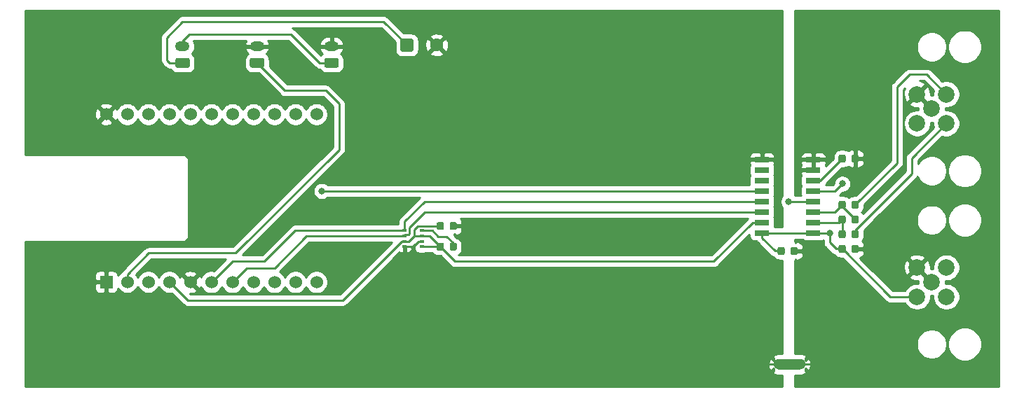
<source format=gtl>
G04 #@! TF.GenerationSoftware,KiCad,Pcbnew,5.1.8-5.fc33*
G04 #@! TF.CreationDate,2020-12-26T13:45:39+01:00*
G04 #@! TF.ProjectId,mini-beieli-pcb-cubecell,6d696e69-2d62-4656-9965-6c692d706362,rev?*
G04 #@! TF.SameCoordinates,Original*
G04 #@! TF.FileFunction,Copper,L1,Top*
G04 #@! TF.FilePolarity,Positive*
%FSLAX46Y46*%
G04 Gerber Fmt 4.6, Leading zero omitted, Abs format (unit mm)*
G04 Created by KiCad (PCBNEW 5.1.8-5.fc33) date 2020-12-26 13:45:39*
%MOMM*%
%LPD*%
G01*
G04 APERTURE LIST*
G04 #@! TA.AperFunction,EtchedComponent*
%ADD10C,0.100000*%
G04 #@! TD*
G04 #@! TA.AperFunction,ComponentPad*
%ADD11O,1.750000X1.200000*%
G04 #@! TD*
G04 #@! TA.AperFunction,ComponentPad*
%ADD12C,1.600000*%
G04 #@! TD*
G04 #@! TA.AperFunction,ComponentPad*
%ADD13C,1.524000*%
G04 #@! TD*
G04 #@! TA.AperFunction,ComponentPad*
%ADD14R,1.524000X1.524000*%
G04 #@! TD*
G04 #@! TA.AperFunction,ComponentPad*
%ADD15C,2.000000*%
G04 #@! TD*
G04 #@! TA.AperFunction,SMDPad,CuDef*
%ADD16R,0.500000X0.350000*%
G04 #@! TD*
G04 #@! TA.AperFunction,SMDPad,CuDef*
%ADD17R,1.800000X0.640000*%
G04 #@! TD*
G04 #@! TA.AperFunction,ComponentPad*
%ADD18C,1.300000*%
G04 #@! TD*
G04 #@! TA.AperFunction,ViaPad*
%ADD19C,0.800000*%
G04 #@! TD*
G04 #@! TA.AperFunction,Conductor*
%ADD20C,0.250000*%
G04 #@! TD*
G04 #@! TA.AperFunction,Conductor*
%ADD21C,0.254000*%
G04 #@! TD*
G04 #@! TA.AperFunction,Conductor*
%ADD22C,0.100000*%
G04 #@! TD*
G04 APERTURE END LIST*
D10*
G36*
X134620000Y-78120000D02*
G01*
X132020000Y-78120000D01*
X132020000Y-76820000D01*
X134620000Y-76820000D01*
X134620000Y-78120000D01*
G37*
D11*
X60000000Y-39000000D03*
G04 #@! TA.AperFunction,ComponentPad*
G36*
G01*
X60625001Y-41600000D02*
X59374999Y-41600000D01*
G75*
G02*
X59125000Y-41350001I0J249999D01*
G01*
X59125000Y-40649999D01*
G75*
G02*
X59374999Y-40400000I249999J0D01*
G01*
X60625001Y-40400000D01*
G75*
G02*
X60875000Y-40649999I0J-249999D01*
G01*
X60875000Y-41350001D01*
G75*
G02*
X60625001Y-41600000I-249999J0D01*
G01*
G37*
G04 #@! TD.AperFunction*
X78000000Y-39000000D03*
G04 #@! TA.AperFunction,ComponentPad*
G36*
G01*
X78625001Y-41600000D02*
X77374999Y-41600000D01*
G75*
G02*
X77125000Y-41350001I0J249999D01*
G01*
X77125000Y-40649999D01*
G75*
G02*
X77374999Y-40400000I249999J0D01*
G01*
X78625001Y-40400000D01*
G75*
G02*
X78875000Y-40649999I0J-249999D01*
G01*
X78875000Y-41350001D01*
G75*
G02*
X78625001Y-41600000I-249999J0D01*
G01*
G37*
G04 #@! TD.AperFunction*
G04 #@! TA.AperFunction,ComponentPad*
G36*
G01*
X86300000Y-39405000D02*
X86300000Y-38305000D01*
G75*
G02*
X86550000Y-38055000I250000J0D01*
G01*
X87650000Y-38055000D01*
G75*
G02*
X87900000Y-38305000I0J-250000D01*
G01*
X87900000Y-39405000D01*
G75*
G02*
X87650000Y-39655000I-250000J0D01*
G01*
X86550000Y-39655000D01*
G75*
G02*
X86300000Y-39405000I0J250000D01*
G01*
G37*
G04 #@! TD.AperFunction*
D12*
X90700000Y-38855000D03*
D13*
X76178000Y-47215000D03*
X73638000Y-47215000D03*
X71098000Y-47215000D03*
X68558000Y-47215000D03*
X66018000Y-47215000D03*
X63478000Y-47215000D03*
X60938000Y-47215000D03*
X58398000Y-47215000D03*
X55858000Y-47215000D03*
X53318000Y-47215000D03*
X50778000Y-47215000D03*
X76178000Y-67515000D03*
X73638000Y-67515000D03*
X71098000Y-67515000D03*
X68558000Y-67515000D03*
X66018000Y-67515000D03*
X63478000Y-67515000D03*
X60938000Y-67515000D03*
X58398000Y-67495000D03*
X55858000Y-67495000D03*
X53318000Y-67495000D03*
D14*
X50778000Y-67495000D03*
D15*
X150495000Y-67515000D03*
X152265000Y-65745000D03*
X152265000Y-69285000D03*
X148725000Y-65745000D03*
X148725000Y-69285000D03*
D16*
X88877000Y-61271000D03*
X88877000Y-61921000D03*
X88877000Y-62571000D03*
X88877000Y-63221000D03*
X86827000Y-63221000D03*
X86827000Y-62571000D03*
X86827000Y-61921000D03*
X86827000Y-61271000D03*
G04 #@! TA.AperFunction,SMDPad,CuDef*
G36*
G01*
X92266000Y-63488250D02*
X92266000Y-62975750D01*
G75*
G02*
X92484750Y-62757000I218750J0D01*
G01*
X92922250Y-62757000D01*
G75*
G02*
X93141000Y-62975750I0J-218750D01*
G01*
X93141000Y-63488250D01*
G75*
G02*
X92922250Y-63707000I-218750J0D01*
G01*
X92484750Y-63707000D01*
G75*
G02*
X92266000Y-63488250I0J218750D01*
G01*
G37*
G04 #@! TD.AperFunction*
G04 #@! TA.AperFunction,SMDPad,CuDef*
G36*
G01*
X90691000Y-63488250D02*
X90691000Y-62975750D01*
G75*
G02*
X90909750Y-62757000I218750J0D01*
G01*
X91347250Y-62757000D01*
G75*
G02*
X91566000Y-62975750I0J-218750D01*
G01*
X91566000Y-63488250D01*
G75*
G02*
X91347250Y-63707000I-218750J0D01*
G01*
X90909750Y-63707000D01*
G75*
G02*
X90691000Y-63488250I0J218750D01*
G01*
G37*
G04 #@! TD.AperFunction*
G04 #@! TA.AperFunction,SMDPad,CuDef*
G36*
G01*
X92266000Y-60978250D02*
X92266000Y-60465750D01*
G75*
G02*
X92484750Y-60247000I218750J0D01*
G01*
X92922250Y-60247000D01*
G75*
G02*
X93141000Y-60465750I0J-218750D01*
G01*
X93141000Y-60978250D01*
G75*
G02*
X92922250Y-61197000I-218750J0D01*
G01*
X92484750Y-61197000D01*
G75*
G02*
X92266000Y-60978250I0J218750D01*
G01*
G37*
G04 #@! TD.AperFunction*
G04 #@! TA.AperFunction,SMDPad,CuDef*
G36*
G01*
X90691000Y-60978250D02*
X90691000Y-60465750D01*
G75*
G02*
X90909750Y-60247000I218750J0D01*
G01*
X91347250Y-60247000D01*
G75*
G02*
X91566000Y-60465750I0J-218750D01*
G01*
X91566000Y-60978250D01*
G75*
G02*
X91347250Y-61197000I-218750J0D01*
G01*
X90909750Y-61197000D01*
G75*
G02*
X90691000Y-60978250I0J218750D01*
G01*
G37*
G04 #@! TD.AperFunction*
D17*
X136201000Y-61595000D03*
X136201000Y-60325000D03*
X136201000Y-59055000D03*
X136201000Y-57785000D03*
X136201000Y-56515000D03*
X136201000Y-55245000D03*
X136201000Y-53975000D03*
X136201000Y-52705000D03*
X129991000Y-52705000D03*
X129991000Y-53975000D03*
X129991000Y-55245000D03*
X129991000Y-56515000D03*
X129991000Y-57785000D03*
X129991000Y-59055000D03*
X129991000Y-60325000D03*
X129991000Y-61595000D03*
D11*
X69000000Y-39000000D03*
G04 #@! TA.AperFunction,ComponentPad*
G36*
G01*
X69625001Y-41600000D02*
X68374999Y-41600000D01*
G75*
G02*
X68125000Y-41350001I0J249999D01*
G01*
X68125000Y-40649999D01*
G75*
G02*
X68374999Y-40400000I249999J0D01*
G01*
X69625001Y-40400000D01*
G75*
G02*
X69875000Y-40649999I0J-249999D01*
G01*
X69875000Y-41350001D01*
G75*
G02*
X69625001Y-41600000I-249999J0D01*
G01*
G37*
G04 #@! TD.AperFunction*
G04 #@! TA.AperFunction,SMDPad,CuDef*
G36*
G01*
X140812000Y-58422250D02*
X140812000Y-57909750D01*
G75*
G02*
X141030750Y-57691000I218750J0D01*
G01*
X141468250Y-57691000D01*
G75*
G02*
X141687000Y-57909750I0J-218750D01*
G01*
X141687000Y-58422250D01*
G75*
G02*
X141468250Y-58641000I-218750J0D01*
G01*
X141030750Y-58641000D01*
G75*
G02*
X140812000Y-58422250I0J218750D01*
G01*
G37*
G04 #@! TD.AperFunction*
G04 #@! TA.AperFunction,SMDPad,CuDef*
G36*
G01*
X139237000Y-58422250D02*
X139237000Y-57909750D01*
G75*
G02*
X139455750Y-57691000I218750J0D01*
G01*
X139893250Y-57691000D01*
G75*
G02*
X140112000Y-57909750I0J-218750D01*
G01*
X140112000Y-58422250D01*
G75*
G02*
X139893250Y-58641000I-218750J0D01*
G01*
X139455750Y-58641000D01*
G75*
G02*
X139237000Y-58422250I0J218750D01*
G01*
G37*
G04 #@! TD.AperFunction*
G04 #@! TA.AperFunction,SMDPad,CuDef*
G36*
G01*
X140812000Y-61978250D02*
X140812000Y-61465750D01*
G75*
G02*
X141030750Y-61247000I218750J0D01*
G01*
X141468250Y-61247000D01*
G75*
G02*
X141687000Y-61465750I0J-218750D01*
G01*
X141687000Y-61978250D01*
G75*
G02*
X141468250Y-62197000I-218750J0D01*
G01*
X141030750Y-62197000D01*
G75*
G02*
X140812000Y-61978250I0J218750D01*
G01*
G37*
G04 #@! TD.AperFunction*
G04 #@! TA.AperFunction,SMDPad,CuDef*
G36*
G01*
X139237000Y-61978250D02*
X139237000Y-61465750D01*
G75*
G02*
X139455750Y-61247000I218750J0D01*
G01*
X139893250Y-61247000D01*
G75*
G02*
X140112000Y-61465750I0J-218750D01*
G01*
X140112000Y-61978250D01*
G75*
G02*
X139893250Y-62197000I-218750J0D01*
G01*
X139455750Y-62197000D01*
G75*
G02*
X139237000Y-61978250I0J218750D01*
G01*
G37*
G04 #@! TD.AperFunction*
D18*
X132020000Y-77470000D03*
X134620000Y-77470000D03*
D15*
X150495000Y-46560000D03*
X152265000Y-44790000D03*
X152265000Y-48330000D03*
X148725000Y-44790000D03*
X148725000Y-48330000D03*
G04 #@! TA.AperFunction,SMDPad,CuDef*
G36*
G01*
X140812000Y-52834250D02*
X140812000Y-52321750D01*
G75*
G02*
X141030750Y-52103000I218750J0D01*
G01*
X141468250Y-52103000D01*
G75*
G02*
X141687000Y-52321750I0J-218750D01*
G01*
X141687000Y-52834250D01*
G75*
G02*
X141468250Y-53053000I-218750J0D01*
G01*
X141030750Y-53053000D01*
G75*
G02*
X140812000Y-52834250I0J218750D01*
G01*
G37*
G04 #@! TD.AperFunction*
G04 #@! TA.AperFunction,SMDPad,CuDef*
G36*
G01*
X139237000Y-52834250D02*
X139237000Y-52321750D01*
G75*
G02*
X139455750Y-52103000I218750J0D01*
G01*
X139893250Y-52103000D01*
G75*
G02*
X140112000Y-52321750I0J-218750D01*
G01*
X140112000Y-52834250D01*
G75*
G02*
X139893250Y-53053000I-218750J0D01*
G01*
X139455750Y-53053000D01*
G75*
G02*
X139237000Y-52834250I0J218750D01*
G01*
G37*
G04 #@! TD.AperFunction*
G04 #@! TA.AperFunction,SMDPad,CuDef*
G36*
G01*
X140812000Y-60200250D02*
X140812000Y-59687750D01*
G75*
G02*
X141030750Y-59469000I218750J0D01*
G01*
X141468250Y-59469000D01*
G75*
G02*
X141687000Y-59687750I0J-218750D01*
G01*
X141687000Y-60200250D01*
G75*
G02*
X141468250Y-60419000I-218750J0D01*
G01*
X141030750Y-60419000D01*
G75*
G02*
X140812000Y-60200250I0J218750D01*
G01*
G37*
G04 #@! TD.AperFunction*
G04 #@! TA.AperFunction,SMDPad,CuDef*
G36*
G01*
X139237000Y-60200250D02*
X139237000Y-59687750D01*
G75*
G02*
X139455750Y-59469000I218750J0D01*
G01*
X139893250Y-59469000D01*
G75*
G02*
X140112000Y-59687750I0J-218750D01*
G01*
X140112000Y-60200250D01*
G75*
G02*
X139893250Y-60419000I-218750J0D01*
G01*
X139455750Y-60419000D01*
G75*
G02*
X139237000Y-60200250I0J218750D01*
G01*
G37*
G04 #@! TD.AperFunction*
G04 #@! TA.AperFunction,SMDPad,CuDef*
G36*
G01*
X133446000Y-64010250D02*
X133446000Y-63497750D01*
G75*
G02*
X133664750Y-63279000I218750J0D01*
G01*
X134102250Y-63279000D01*
G75*
G02*
X134321000Y-63497750I0J-218750D01*
G01*
X134321000Y-64010250D01*
G75*
G02*
X134102250Y-64229000I-218750J0D01*
G01*
X133664750Y-64229000D01*
G75*
G02*
X133446000Y-64010250I0J218750D01*
G01*
G37*
G04 #@! TD.AperFunction*
G04 #@! TA.AperFunction,SMDPad,CuDef*
G36*
G01*
X131871000Y-64010250D02*
X131871000Y-63497750D01*
G75*
G02*
X132089750Y-63279000I218750J0D01*
G01*
X132527250Y-63279000D01*
G75*
G02*
X132746000Y-63497750I0J-218750D01*
G01*
X132746000Y-64010250D01*
G75*
G02*
X132527250Y-64229000I-218750J0D01*
G01*
X132089750Y-64229000D01*
G75*
G02*
X131871000Y-64010250I0J218750D01*
G01*
G37*
G04 #@! TD.AperFunction*
G04 #@! TA.AperFunction,SMDPad,CuDef*
G36*
G01*
X140812000Y-63756250D02*
X140812000Y-63243750D01*
G75*
G02*
X141030750Y-63025000I218750J0D01*
G01*
X141468250Y-63025000D01*
G75*
G02*
X141687000Y-63243750I0J-218750D01*
G01*
X141687000Y-63756250D01*
G75*
G02*
X141468250Y-63975000I-218750J0D01*
G01*
X141030750Y-63975000D01*
G75*
G02*
X140812000Y-63756250I0J218750D01*
G01*
G37*
G04 #@! TD.AperFunction*
G04 #@! TA.AperFunction,SMDPad,CuDef*
G36*
G01*
X139237000Y-63756250D02*
X139237000Y-63243750D01*
G75*
G02*
X139455750Y-63025000I218750J0D01*
G01*
X139893250Y-63025000D01*
G75*
G02*
X140112000Y-63243750I0J-218750D01*
G01*
X140112000Y-63756250D01*
G75*
G02*
X139893250Y-63975000I-218750J0D01*
G01*
X139455750Y-63975000D01*
G75*
G02*
X139237000Y-63756250I0J218750D01*
G01*
G37*
G04 #@! TD.AperFunction*
D19*
X96478000Y-60722000D03*
X139700000Y-55626000D03*
X133223000Y-57785000D03*
X133223000Y-57785000D03*
X76815000Y-56515000D03*
X138176000Y-61607750D03*
D20*
X132020000Y-77470000D02*
X129540000Y-77470000D01*
X87880588Y-63221000D02*
X88530588Y-62571000D01*
X88530588Y-62571000D02*
X88877000Y-62571000D01*
X86827000Y-63221000D02*
X87880588Y-63221000D01*
X92703500Y-60722000D02*
X96478000Y-60722000D01*
X96478000Y-60722000D02*
X96622000Y-60722000D01*
X134620000Y-77470000D02*
X137668000Y-77470000D01*
X53318000Y-66582000D02*
X53318000Y-67495000D01*
X66400000Y-64000000D02*
X55900000Y-64000000D01*
X78900000Y-51500000D02*
X66400000Y-64000000D01*
X78900000Y-45955000D02*
X78900000Y-51500000D01*
X55900000Y-64000000D02*
X53318000Y-66582000D01*
X77300000Y-44355000D02*
X78900000Y-45955000D01*
X72355000Y-44355000D02*
X77300000Y-44355000D01*
X69000000Y-41000000D02*
X72355000Y-44355000D01*
X141249500Y-58166000D02*
X146304000Y-53111500D01*
X146304000Y-53111500D02*
X146304000Y-43942000D01*
X146304000Y-43942000D02*
X147828000Y-42418000D01*
X149893000Y-42418000D02*
X152265000Y-44790000D01*
X147828000Y-42418000D02*
X149893000Y-42418000D01*
X141249500Y-61247000D02*
X148082000Y-54414500D01*
X141249500Y-61722000D02*
X141249500Y-61247000D01*
X148082000Y-52513000D02*
X152265000Y-48330000D01*
X148082000Y-54414500D02*
X148082000Y-52513000D01*
X138811000Y-56515000D02*
X136201000Y-56515000D01*
X139700000Y-55626000D02*
X138811000Y-56515000D01*
X152265000Y-69731000D02*
X152265000Y-69285000D01*
X136201000Y-57785000D02*
X133223000Y-57785000D01*
X133223000Y-57785000D02*
X133223000Y-57785000D01*
X133223000Y-57785000D02*
X133223000Y-57785000D01*
X66018000Y-67515000D02*
X67733000Y-65800000D01*
X67733000Y-65800000D02*
X71100000Y-65800000D01*
X74979000Y-61921000D02*
X86827000Y-61921000D01*
X71100000Y-65800000D02*
X74979000Y-61921000D01*
X89245000Y-59055000D02*
X129991000Y-59055000D01*
X87402001Y-60897999D02*
X89245000Y-59055000D01*
X87402001Y-61706001D02*
X87402001Y-60897999D01*
X86827000Y-61771001D02*
X87337001Y-61771001D01*
X87337001Y-61771001D02*
X87402001Y-61706001D01*
X86827000Y-61921000D02*
X86827000Y-61771001D01*
X63521410Y-67515000D02*
X66036410Y-65000000D01*
X63478000Y-67515000D02*
X63521410Y-67515000D01*
X66036410Y-65000000D02*
X69900000Y-65000000D01*
X73629000Y-61271000D02*
X86827000Y-61271000D01*
X69900000Y-65000000D02*
X73629000Y-61271000D01*
X86827000Y-61271000D02*
X86827000Y-60173000D01*
X89215000Y-57785000D02*
X129991000Y-57785000D01*
X86827000Y-60173000D02*
X89215000Y-57785000D01*
X87977000Y-61921000D02*
X88877000Y-61921000D01*
X87327000Y-62571000D02*
X87977000Y-61921000D01*
X86827000Y-62571000D02*
X87327000Y-62571000D01*
X91117500Y-63221000D02*
X91128500Y-63232000D01*
X88877000Y-63221000D02*
X91117500Y-63221000D01*
X91154000Y-63257500D02*
X91128500Y-63232000D01*
X89817500Y-61921000D02*
X91128500Y-63232000D01*
X88877000Y-61921000D02*
X89817500Y-61921000D01*
X88516998Y-61921000D02*
X88877000Y-61921000D01*
X58398000Y-67495000D02*
X60603000Y-69700000D01*
X86466998Y-62571000D02*
X86827000Y-62571000D01*
X79337998Y-69700000D02*
X86466998Y-62571000D01*
X60603000Y-69700000D02*
X79337998Y-69700000D01*
X88415998Y-60722000D02*
X91128500Y-60722000D01*
X87977000Y-61160998D02*
X88415998Y-60722000D01*
X87977000Y-61921000D02*
X87977000Y-61160998D01*
X128841000Y-60325000D02*
X129991000Y-60325000D01*
X124166000Y-65000000D02*
X128841000Y-60325000D01*
X92900000Y-65000000D02*
X124166000Y-65000000D01*
X91932010Y-64032010D02*
X92900000Y-65000000D01*
X91928510Y-64032010D02*
X91932010Y-64032010D01*
X91128500Y-63232000D02*
X91928510Y-64032010D01*
X129991000Y-56515000D02*
X76815000Y-56515000D01*
X76815000Y-56515000D02*
X76815000Y-56515000D01*
X137769500Y-61595000D02*
X137782250Y-61607750D01*
X136201000Y-61595000D02*
X137769500Y-61595000D01*
X129991000Y-61595000D02*
X129991000Y-61690500D01*
X129991000Y-61595000D02*
X129991000Y-62173000D01*
X131572000Y-63754000D02*
X132308500Y-63754000D01*
X129991000Y-62173000D02*
X131572000Y-63754000D01*
X129991000Y-61595000D02*
X136201000Y-61595000D01*
X139674500Y-63500000D02*
X139674500Y-63728500D01*
X145459500Y-69285000D02*
X148725000Y-69285000D01*
X139674500Y-63500000D02*
X145459500Y-69285000D01*
X138176000Y-61607750D02*
X138176000Y-62738000D01*
X138938000Y-63500000D02*
X139674500Y-63500000D01*
X138176000Y-62738000D02*
X138938000Y-63500000D01*
X88877000Y-61271000D02*
X90179000Y-61271000D01*
X92703500Y-63232000D02*
X92703500Y-62779500D01*
X92703500Y-62779500D02*
X91916000Y-61992000D01*
X90900000Y-61992000D02*
X90179000Y-61271000D01*
X91916000Y-61992000D02*
X90900000Y-61992000D01*
X139674500Y-58369000D02*
X141249500Y-59944000D01*
X139674500Y-58166000D02*
X139674500Y-58369000D01*
X138785500Y-59055000D02*
X139674500Y-58166000D01*
X136201000Y-59055000D02*
X138785500Y-59055000D01*
X139293500Y-60325000D02*
X139674500Y-59944000D01*
X136201000Y-60325000D02*
X139293500Y-60325000D01*
X139674500Y-59944000D02*
X139674500Y-61722000D01*
X137007500Y-55245000D02*
X139674500Y-52578000D01*
X136201000Y-55245000D02*
X137007500Y-55245000D01*
X60000000Y-41000000D02*
X58445000Y-41000000D01*
X58445000Y-41000000D02*
X58100000Y-40655000D01*
X58100000Y-40655000D02*
X58100000Y-37955000D01*
X58100000Y-37955000D02*
X60000000Y-36055000D01*
X84300000Y-36055000D02*
X87100000Y-38855000D01*
X60000000Y-36055000D02*
X84300000Y-36055000D01*
X60000000Y-39000000D02*
X60000000Y-38355000D01*
X60000000Y-38355000D02*
X60800000Y-37555000D01*
X60800000Y-37555000D02*
X73100000Y-37555000D01*
X76545000Y-41000000D02*
X78000000Y-41000000D01*
X73100000Y-37555000D02*
X76545000Y-41000000D01*
D21*
X158623000Y-80137000D02*
X133985000Y-80137000D01*
X133985000Y-78755000D01*
X134594974Y-78755000D01*
X134696455Y-78758952D01*
X134946449Y-78719270D01*
X135183896Y-78631578D01*
X135272534Y-78584201D01*
X135325922Y-78355527D01*
X135236619Y-78266224D01*
X135241124Y-78252024D01*
X135241373Y-78249808D01*
X135242030Y-78247684D01*
X135248276Y-78188257D01*
X135254938Y-78128866D01*
X135254968Y-78124596D01*
X135254985Y-78124433D01*
X135254970Y-78124270D01*
X135255000Y-78120000D01*
X135255000Y-77925395D01*
X135505527Y-78175922D01*
X135734201Y-78122534D01*
X135840095Y-77892626D01*
X135899102Y-77646476D01*
X135908952Y-77393545D01*
X135869270Y-77143551D01*
X135781578Y-76906104D01*
X135734201Y-76817466D01*
X135505527Y-76764078D01*
X135255000Y-77014605D01*
X135255000Y-76820000D01*
X135249166Y-76760495D01*
X135243752Y-76701013D01*
X135243125Y-76698882D01*
X135242907Y-76696661D01*
X135236142Y-76674253D01*
X135325922Y-76584473D01*
X135272534Y-76355799D01*
X135042626Y-76249905D01*
X134796476Y-76190898D01*
X134543545Y-76181048D01*
X134518648Y-76185000D01*
X133985000Y-76185000D01*
X133985000Y-74834268D01*
X148660000Y-74834268D01*
X148660000Y-75195732D01*
X148730518Y-75550250D01*
X148868844Y-75884199D01*
X149069662Y-76184744D01*
X149325256Y-76440338D01*
X149625801Y-76641156D01*
X149959750Y-76779482D01*
X150314268Y-76850000D01*
X150675732Y-76850000D01*
X151030250Y-76779482D01*
X151364199Y-76641156D01*
X151664744Y-76440338D01*
X151920338Y-76184744D01*
X152121156Y-75884199D01*
X152259482Y-75550250D01*
X152330000Y-75195732D01*
X152330000Y-74834268D01*
X152325593Y-74812108D01*
X152435000Y-74812108D01*
X152435000Y-75217892D01*
X152514165Y-75615880D01*
X152669452Y-75990776D01*
X152894894Y-76328173D01*
X153181827Y-76615106D01*
X153519224Y-76840548D01*
X153894120Y-76995835D01*
X154292108Y-77075000D01*
X154697892Y-77075000D01*
X155095880Y-76995835D01*
X155470776Y-76840548D01*
X155808173Y-76615106D01*
X156095106Y-76328173D01*
X156320548Y-75990776D01*
X156475835Y-75615880D01*
X156555000Y-75217892D01*
X156555000Y-74812108D01*
X156475835Y-74414120D01*
X156320548Y-74039224D01*
X156095106Y-73701827D01*
X155808173Y-73414894D01*
X155470776Y-73189452D01*
X155095880Y-73034165D01*
X154697892Y-72955000D01*
X154292108Y-72955000D01*
X153894120Y-73034165D01*
X153519224Y-73189452D01*
X153181827Y-73414894D01*
X152894894Y-73701827D01*
X152669452Y-74039224D01*
X152514165Y-74414120D01*
X152435000Y-74812108D01*
X152325593Y-74812108D01*
X152259482Y-74479750D01*
X152121156Y-74145801D01*
X151920338Y-73845256D01*
X151664744Y-73589662D01*
X151364199Y-73388844D01*
X151030250Y-73250518D01*
X150675732Y-73180000D01*
X150314268Y-73180000D01*
X149959750Y-73250518D01*
X149625801Y-73388844D01*
X149325256Y-73589662D01*
X149069662Y-73845256D01*
X148868844Y-74145801D01*
X148730518Y-74479750D01*
X148660000Y-74834268D01*
X133985000Y-74834268D01*
X133985000Y-64864000D01*
X134010502Y-64864000D01*
X134010502Y-64705252D01*
X134169250Y-64864000D01*
X134321000Y-64867072D01*
X134445482Y-64854812D01*
X134565180Y-64818502D01*
X134675494Y-64759537D01*
X134772185Y-64680185D01*
X134851537Y-64583494D01*
X134910502Y-64473180D01*
X134946812Y-64353482D01*
X134959072Y-64229000D01*
X134956000Y-64039750D01*
X134797250Y-63881000D01*
X134010500Y-63881000D01*
X134010500Y-63901000D01*
X133985000Y-63901000D01*
X133985000Y-63607000D01*
X134010500Y-63607000D01*
X134010500Y-63627000D01*
X134797250Y-63627000D01*
X134956000Y-63468250D01*
X134959072Y-63279000D01*
X134946812Y-63154518D01*
X134910502Y-63034820D01*
X134851537Y-62924506D01*
X134772185Y-62827815D01*
X134675494Y-62748463D01*
X134565180Y-62689498D01*
X134445482Y-62653188D01*
X134321000Y-62640928D01*
X134169250Y-62644000D01*
X134010502Y-62802748D01*
X134010502Y-62644000D01*
X133985000Y-62644000D01*
X133985000Y-62355000D01*
X134840636Y-62355000D01*
X134849815Y-62366185D01*
X134946506Y-62445537D01*
X135056820Y-62504502D01*
X135176518Y-62540812D01*
X135301000Y-62553072D01*
X137101000Y-62553072D01*
X137225482Y-62540812D01*
X137345180Y-62504502D01*
X137416001Y-62466647D01*
X137416001Y-62700668D01*
X137412324Y-62738000D01*
X137426998Y-62886985D01*
X137470454Y-63030246D01*
X137541026Y-63162276D01*
X137607891Y-63243750D01*
X137636000Y-63278001D01*
X137664998Y-63301799D01*
X138374201Y-64011002D01*
X138397999Y-64040001D01*
X138513724Y-64134974D01*
X138645753Y-64205546D01*
X138746465Y-64236096D01*
X138849885Y-64362115D01*
X138979725Y-64468671D01*
X139127858Y-64547850D01*
X139288592Y-64596608D01*
X139455750Y-64613072D01*
X139712771Y-64613072D01*
X144895705Y-69796008D01*
X144919499Y-69825001D01*
X144948492Y-69848795D01*
X144948496Y-69848799D01*
X144986497Y-69879985D01*
X145035224Y-69919974D01*
X145167253Y-69990546D01*
X145310514Y-70034003D01*
X145422167Y-70045000D01*
X145422176Y-70045000D01*
X145459499Y-70048676D01*
X145496822Y-70045000D01*
X147270091Y-70045000D01*
X147276082Y-70059463D01*
X147455013Y-70327252D01*
X147682748Y-70554987D01*
X147950537Y-70733918D01*
X148248088Y-70857168D01*
X148563967Y-70920000D01*
X148886033Y-70920000D01*
X149201912Y-70857168D01*
X149499463Y-70733918D01*
X149767252Y-70554987D01*
X149994987Y-70327252D01*
X150173918Y-70059463D01*
X150297168Y-69761912D01*
X150360000Y-69446033D01*
X150360000Y-69144835D01*
X150557595Y-69156718D01*
X150630000Y-69146789D01*
X150630000Y-69446033D01*
X150692832Y-69761912D01*
X150816082Y-70059463D01*
X150995013Y-70327252D01*
X151222748Y-70554987D01*
X151490537Y-70733918D01*
X151788088Y-70857168D01*
X152103967Y-70920000D01*
X152426033Y-70920000D01*
X152741912Y-70857168D01*
X153039463Y-70733918D01*
X153307252Y-70554987D01*
X153534987Y-70327252D01*
X153713918Y-70059463D01*
X153837168Y-69761912D01*
X153900000Y-69446033D01*
X153900000Y-69123967D01*
X153837168Y-68808088D01*
X153713918Y-68510537D01*
X153534987Y-68242748D01*
X153307252Y-68015013D01*
X153039463Y-67836082D01*
X152741912Y-67712832D01*
X152426033Y-67650000D01*
X152124835Y-67650000D01*
X152136718Y-67452405D01*
X152126789Y-67380000D01*
X152426033Y-67380000D01*
X152741912Y-67317168D01*
X153039463Y-67193918D01*
X153307252Y-67014987D01*
X153534987Y-66787252D01*
X153713918Y-66519463D01*
X153837168Y-66221912D01*
X153900000Y-65906033D01*
X153900000Y-65583967D01*
X153837168Y-65268088D01*
X153713918Y-64970537D01*
X153534987Y-64702748D01*
X153307252Y-64475013D01*
X153039463Y-64296082D01*
X152741912Y-64172832D01*
X152426033Y-64110000D01*
X152103967Y-64110000D01*
X151788088Y-64172832D01*
X151490537Y-64296082D01*
X151222748Y-64475013D01*
X150995013Y-64702748D01*
X150816082Y-64970537D01*
X150692832Y-65268088D01*
X150630000Y-65583967D01*
X150630000Y-65885165D01*
X150432405Y-65873282D01*
X150354597Y-65883952D01*
X150366718Y-65682405D01*
X150322961Y-65363325D01*
X150217795Y-65058912D01*
X150124814Y-64884956D01*
X149860413Y-64789192D01*
X148904605Y-65745000D01*
X150495000Y-67335395D01*
X150509143Y-67321253D01*
X150688748Y-67500858D01*
X150674605Y-67515000D01*
X150688748Y-67529143D01*
X150509143Y-67708748D01*
X150495000Y-67694605D01*
X150480858Y-67708748D01*
X150301253Y-67529143D01*
X150315395Y-67515000D01*
X148725000Y-65924605D01*
X147769192Y-66880413D01*
X147864956Y-67144814D01*
X148154571Y-67285704D01*
X148466108Y-67367384D01*
X148787595Y-67386718D01*
X148865403Y-67376048D01*
X148853282Y-67577595D01*
X148863211Y-67650000D01*
X148563967Y-67650000D01*
X148248088Y-67712832D01*
X147950537Y-67836082D01*
X147682748Y-68015013D01*
X147455013Y-68242748D01*
X147276082Y-68510537D01*
X147270091Y-68525000D01*
X145774303Y-68525000D01*
X143056897Y-65807595D01*
X147083282Y-65807595D01*
X147127039Y-66126675D01*
X147232205Y-66431088D01*
X147325186Y-66605044D01*
X147589587Y-66700808D01*
X148545395Y-65745000D01*
X147589587Y-64789192D01*
X147325186Y-64884956D01*
X147184296Y-65174571D01*
X147102616Y-65486108D01*
X147083282Y-65807595D01*
X143056897Y-65807595D01*
X141858889Y-64609587D01*
X147769192Y-64609587D01*
X148725000Y-65565395D01*
X149680808Y-64609587D01*
X149585044Y-64345186D01*
X149295429Y-64204296D01*
X148983892Y-64122616D01*
X148662405Y-64103282D01*
X148343325Y-64147039D01*
X148038912Y-64252205D01*
X147864956Y-64345186D01*
X147769192Y-64609587D01*
X141858889Y-64609587D01*
X141841122Y-64591821D01*
X141931180Y-64564502D01*
X142041494Y-64505537D01*
X142138185Y-64426185D01*
X142217537Y-64329494D01*
X142276502Y-64219180D01*
X142312812Y-64099482D01*
X142325072Y-63975000D01*
X142322000Y-63785750D01*
X142163250Y-63627000D01*
X141376500Y-63627000D01*
X141376500Y-63647000D01*
X141122500Y-63647000D01*
X141122500Y-63627000D01*
X141102500Y-63627000D01*
X141102500Y-63373000D01*
X141122500Y-63373000D01*
X141122500Y-63353000D01*
X141376500Y-63353000D01*
X141376500Y-63373000D01*
X142163250Y-63373000D01*
X142322000Y-63214250D01*
X142325072Y-63025000D01*
X142312812Y-62900518D01*
X142276502Y-62780820D01*
X142217537Y-62670506D01*
X142138185Y-62573815D01*
X142104951Y-62546541D01*
X142180671Y-62454275D01*
X142259850Y-62306142D01*
X142308608Y-62145408D01*
X142325072Y-61978250D01*
X142325072Y-61465750D01*
X142308608Y-61298592D01*
X142300253Y-61271048D01*
X143737033Y-59834268D01*
X148660000Y-59834268D01*
X148660000Y-60195732D01*
X148730518Y-60550250D01*
X148868844Y-60884199D01*
X149069662Y-61184744D01*
X149325256Y-61440338D01*
X149625801Y-61641156D01*
X149959750Y-61779482D01*
X150314268Y-61850000D01*
X150675732Y-61850000D01*
X151030250Y-61779482D01*
X151364199Y-61641156D01*
X151664744Y-61440338D01*
X151920338Y-61184744D01*
X152121156Y-60884199D01*
X152259482Y-60550250D01*
X152330000Y-60195732D01*
X152330000Y-59834268D01*
X152325593Y-59812108D01*
X152435000Y-59812108D01*
X152435000Y-60217892D01*
X152514165Y-60615880D01*
X152669452Y-60990776D01*
X152894894Y-61328173D01*
X153181827Y-61615106D01*
X153519224Y-61840548D01*
X153894120Y-61995835D01*
X154292108Y-62075000D01*
X154697892Y-62075000D01*
X155095880Y-61995835D01*
X155470776Y-61840548D01*
X155808173Y-61615106D01*
X156095106Y-61328173D01*
X156320548Y-60990776D01*
X156475835Y-60615880D01*
X156555000Y-60217892D01*
X156555000Y-59812108D01*
X156475835Y-59414120D01*
X156320548Y-59039224D01*
X156095106Y-58701827D01*
X155808173Y-58414894D01*
X155470776Y-58189452D01*
X155095880Y-58034165D01*
X154697892Y-57955000D01*
X154292108Y-57955000D01*
X153894120Y-58034165D01*
X153519224Y-58189452D01*
X153181827Y-58414894D01*
X152894894Y-58701827D01*
X152669452Y-59039224D01*
X152514165Y-59414120D01*
X152435000Y-59812108D01*
X152325593Y-59812108D01*
X152259482Y-59479750D01*
X152121156Y-59145801D01*
X151920338Y-58845256D01*
X151664744Y-58589662D01*
X151364199Y-58388844D01*
X151030250Y-58250518D01*
X150675732Y-58180000D01*
X150314268Y-58180000D01*
X149959750Y-58250518D01*
X149625801Y-58388844D01*
X149325256Y-58589662D01*
X149069662Y-58845256D01*
X148868844Y-59145801D01*
X148730518Y-59479750D01*
X148660000Y-59834268D01*
X143737033Y-59834268D01*
X148593004Y-54978298D01*
X148622001Y-54954501D01*
X148716974Y-54838776D01*
X148781436Y-54718178D01*
X148868844Y-54929199D01*
X149069662Y-55229744D01*
X149325256Y-55485338D01*
X149625801Y-55686156D01*
X149959750Y-55824482D01*
X150314268Y-55895000D01*
X150675732Y-55895000D01*
X151030250Y-55824482D01*
X151364199Y-55686156D01*
X151664744Y-55485338D01*
X151920338Y-55229744D01*
X152121156Y-54929199D01*
X152259482Y-54595250D01*
X152330000Y-54240732D01*
X152330000Y-53879268D01*
X152325593Y-53857108D01*
X152435000Y-53857108D01*
X152435000Y-54262892D01*
X152514165Y-54660880D01*
X152669452Y-55035776D01*
X152894894Y-55373173D01*
X153181827Y-55660106D01*
X153519224Y-55885548D01*
X153894120Y-56040835D01*
X154292108Y-56120000D01*
X154697892Y-56120000D01*
X155095880Y-56040835D01*
X155470776Y-55885548D01*
X155808173Y-55660106D01*
X156095106Y-55373173D01*
X156320548Y-55035776D01*
X156475835Y-54660880D01*
X156555000Y-54262892D01*
X156555000Y-53857108D01*
X156475835Y-53459120D01*
X156320548Y-53084224D01*
X156095106Y-52746827D01*
X155808173Y-52459894D01*
X155470776Y-52234452D01*
X155095880Y-52079165D01*
X154697892Y-52000000D01*
X154292108Y-52000000D01*
X153894120Y-52079165D01*
X153519224Y-52234452D01*
X153181827Y-52459894D01*
X152894894Y-52746827D01*
X152669452Y-53084224D01*
X152514165Y-53459120D01*
X152435000Y-53857108D01*
X152325593Y-53857108D01*
X152259482Y-53524750D01*
X152121156Y-53190801D01*
X151920338Y-52890256D01*
X151664744Y-52634662D01*
X151364199Y-52433844D01*
X151030250Y-52295518D01*
X150675732Y-52225000D01*
X150314268Y-52225000D01*
X149959750Y-52295518D01*
X149625801Y-52433844D01*
X149325256Y-52634662D01*
X149069662Y-52890256D01*
X148868844Y-53190801D01*
X148842000Y-53255608D01*
X148842000Y-52827801D01*
X151773625Y-49896177D01*
X151788088Y-49902168D01*
X152103967Y-49965000D01*
X152426033Y-49965000D01*
X152741912Y-49902168D01*
X153039463Y-49778918D01*
X153307252Y-49599987D01*
X153534987Y-49372252D01*
X153713918Y-49104463D01*
X153837168Y-48806912D01*
X153900000Y-48491033D01*
X153900000Y-48168967D01*
X153837168Y-47853088D01*
X153713918Y-47555537D01*
X153534987Y-47287748D01*
X153307252Y-47060013D01*
X153039463Y-46881082D01*
X152741912Y-46757832D01*
X152426033Y-46695000D01*
X152124835Y-46695000D01*
X152136718Y-46497405D01*
X152126789Y-46425000D01*
X152426033Y-46425000D01*
X152741912Y-46362168D01*
X153039463Y-46238918D01*
X153307252Y-46059987D01*
X153534987Y-45832252D01*
X153713918Y-45564463D01*
X153837168Y-45266912D01*
X153900000Y-44951033D01*
X153900000Y-44628967D01*
X153837168Y-44313088D01*
X153713918Y-44015537D01*
X153534987Y-43747748D01*
X153307252Y-43520013D01*
X153039463Y-43341082D01*
X152741912Y-43217832D01*
X152426033Y-43155000D01*
X152103967Y-43155000D01*
X151788088Y-43217832D01*
X151773625Y-43223823D01*
X150456804Y-41907003D01*
X150433001Y-41877999D01*
X150317276Y-41783026D01*
X150185247Y-41712454D01*
X150041986Y-41668997D01*
X149930333Y-41658000D01*
X149930322Y-41658000D01*
X149893000Y-41654324D01*
X149855678Y-41658000D01*
X147865322Y-41658000D01*
X147827999Y-41654324D01*
X147790676Y-41658000D01*
X147790667Y-41658000D01*
X147679014Y-41668997D01*
X147535753Y-41712454D01*
X147403724Y-41783026D01*
X147403722Y-41783027D01*
X147403723Y-41783027D01*
X147316996Y-41854201D01*
X147316992Y-41854205D01*
X147287999Y-41877999D01*
X147264205Y-41906992D01*
X145792998Y-43378201D01*
X145764000Y-43401999D01*
X145740202Y-43430997D01*
X145740201Y-43430998D01*
X145669026Y-43517724D01*
X145598454Y-43649754D01*
X145554998Y-43793015D01*
X145540324Y-43942000D01*
X145544001Y-43979332D01*
X145544000Y-52796697D01*
X141287771Y-57052928D01*
X141030750Y-57052928D01*
X140863592Y-57069392D01*
X140702858Y-57118150D01*
X140554725Y-57197329D01*
X140462000Y-57273426D01*
X140369275Y-57197329D01*
X140221142Y-57118150D01*
X140060408Y-57069392D01*
X139893250Y-57052928D01*
X139455750Y-57052928D01*
X139339585Y-57064369D01*
X139351001Y-57055001D01*
X139374803Y-57025998D01*
X139739801Y-56661000D01*
X139801939Y-56661000D01*
X140001898Y-56621226D01*
X140190256Y-56543205D01*
X140359774Y-56429937D01*
X140503937Y-56285774D01*
X140617205Y-56116256D01*
X140695226Y-55927898D01*
X140735000Y-55727939D01*
X140735000Y-55524061D01*
X140695226Y-55324102D01*
X140617205Y-55135744D01*
X140503937Y-54966226D01*
X140359774Y-54822063D01*
X140190256Y-54708795D01*
X140001898Y-54630774D01*
X139801939Y-54591000D01*
X139598061Y-54591000D01*
X139398102Y-54630774D01*
X139209744Y-54708795D01*
X139040226Y-54822063D01*
X138896063Y-54966226D01*
X138782795Y-55135744D01*
X138704774Y-55324102D01*
X138665000Y-55524061D01*
X138665000Y-55586199D01*
X138496199Y-55755000D01*
X137706937Y-55755000D01*
X137726812Y-55689482D01*
X137736534Y-55590767D01*
X139636230Y-53691072D01*
X139893250Y-53691072D01*
X140060408Y-53674608D01*
X140221142Y-53625850D01*
X140369275Y-53546671D01*
X140390930Y-53528900D01*
X140457506Y-53583537D01*
X140567820Y-53642502D01*
X140687518Y-53678812D01*
X140812000Y-53691072D01*
X140963750Y-53688000D01*
X141122500Y-53529250D01*
X141122500Y-52705000D01*
X141376500Y-52705000D01*
X141376500Y-53529250D01*
X141535250Y-53688000D01*
X141687000Y-53691072D01*
X141811482Y-53678812D01*
X141931180Y-53642502D01*
X142041494Y-53583537D01*
X142138185Y-53504185D01*
X142217537Y-53407494D01*
X142276502Y-53297180D01*
X142312812Y-53177482D01*
X142325072Y-53053000D01*
X142322000Y-52863750D01*
X142163250Y-52705000D01*
X141376500Y-52705000D01*
X141122500Y-52705000D01*
X141102500Y-52705000D01*
X141102500Y-52451000D01*
X141122500Y-52451000D01*
X141122500Y-51626750D01*
X141376500Y-51626750D01*
X141376500Y-52451000D01*
X142163250Y-52451000D01*
X142322000Y-52292250D01*
X142325072Y-52103000D01*
X142312812Y-51978518D01*
X142276502Y-51858820D01*
X142217537Y-51748506D01*
X142138185Y-51651815D01*
X142041494Y-51572463D01*
X141931180Y-51513498D01*
X141811482Y-51477188D01*
X141687000Y-51464928D01*
X141535250Y-51468000D01*
X141376500Y-51626750D01*
X141122500Y-51626750D01*
X140963750Y-51468000D01*
X140812000Y-51464928D01*
X140687518Y-51477188D01*
X140567820Y-51513498D01*
X140457506Y-51572463D01*
X140390930Y-51627100D01*
X140369275Y-51609329D01*
X140221142Y-51530150D01*
X140060408Y-51481392D01*
X139893250Y-51464928D01*
X139455750Y-51464928D01*
X139288592Y-51481392D01*
X139127858Y-51530150D01*
X138979725Y-51609329D01*
X138849885Y-51715885D01*
X138743329Y-51845725D01*
X138664150Y-51993858D01*
X138615392Y-52154592D01*
X138598928Y-52321750D01*
X138598928Y-52578770D01*
X137708278Y-53469420D01*
X137690502Y-53410820D01*
X137652647Y-53340000D01*
X137690502Y-53269180D01*
X137726812Y-53149482D01*
X137739072Y-53025000D01*
X137736000Y-52990750D01*
X137577250Y-52832000D01*
X136328000Y-52832000D01*
X136328000Y-53848000D01*
X136348000Y-53848000D01*
X136348000Y-54102000D01*
X136328000Y-54102000D01*
X136328000Y-54122000D01*
X136074000Y-54122000D01*
X136074000Y-54102000D01*
X134824750Y-54102000D01*
X134666000Y-54260750D01*
X134662928Y-54295000D01*
X134675188Y-54419482D01*
X134711498Y-54539180D01*
X134749353Y-54610000D01*
X134711498Y-54680820D01*
X134675188Y-54800518D01*
X134662928Y-54925000D01*
X134662928Y-55565000D01*
X134675188Y-55689482D01*
X134711498Y-55809180D01*
X134749353Y-55880000D01*
X134711498Y-55950820D01*
X134675188Y-56070518D01*
X134662928Y-56195000D01*
X134662928Y-56835000D01*
X134675188Y-56959482D01*
X134695063Y-57025000D01*
X133985000Y-57025000D01*
X133985000Y-53025000D01*
X134662928Y-53025000D01*
X134675188Y-53149482D01*
X134711498Y-53269180D01*
X134749353Y-53340000D01*
X134711498Y-53410820D01*
X134675188Y-53530518D01*
X134662928Y-53655000D01*
X134666000Y-53689250D01*
X134824750Y-53848000D01*
X136074000Y-53848000D01*
X136074000Y-52832000D01*
X134824750Y-52832000D01*
X134666000Y-52990750D01*
X134662928Y-53025000D01*
X133985000Y-53025000D01*
X133985000Y-52385000D01*
X134662928Y-52385000D01*
X134666000Y-52419250D01*
X134824750Y-52578000D01*
X136074000Y-52578000D01*
X136074000Y-51908750D01*
X136328000Y-51908750D01*
X136328000Y-52578000D01*
X137577250Y-52578000D01*
X137736000Y-52419250D01*
X137739072Y-52385000D01*
X137726812Y-52260518D01*
X137690502Y-52140820D01*
X137631537Y-52030506D01*
X137552185Y-51933815D01*
X137455494Y-51854463D01*
X137345180Y-51795498D01*
X137225482Y-51759188D01*
X137101000Y-51746928D01*
X136486750Y-51750000D01*
X136328000Y-51908750D01*
X136074000Y-51908750D01*
X135915250Y-51750000D01*
X135301000Y-51746928D01*
X135176518Y-51759188D01*
X135056820Y-51795498D01*
X134946506Y-51854463D01*
X134849815Y-51933815D01*
X134770463Y-52030506D01*
X134711498Y-52140820D01*
X134675188Y-52260518D01*
X134662928Y-52385000D01*
X133985000Y-52385000D01*
X133985000Y-38879268D01*
X148660000Y-38879268D01*
X148660000Y-39240732D01*
X148730518Y-39595250D01*
X148868844Y-39929199D01*
X149069662Y-40229744D01*
X149325256Y-40485338D01*
X149625801Y-40686156D01*
X149959750Y-40824482D01*
X150314268Y-40895000D01*
X150675732Y-40895000D01*
X151030250Y-40824482D01*
X151364199Y-40686156D01*
X151664744Y-40485338D01*
X151920338Y-40229744D01*
X152121156Y-39929199D01*
X152259482Y-39595250D01*
X152330000Y-39240732D01*
X152330000Y-38879268D01*
X152325593Y-38857108D01*
X152435000Y-38857108D01*
X152435000Y-39262892D01*
X152514165Y-39660880D01*
X152669452Y-40035776D01*
X152894894Y-40373173D01*
X153181827Y-40660106D01*
X153519224Y-40885548D01*
X153894120Y-41040835D01*
X154292108Y-41120000D01*
X154697892Y-41120000D01*
X155095880Y-41040835D01*
X155470776Y-40885548D01*
X155808173Y-40660106D01*
X156095106Y-40373173D01*
X156320548Y-40035776D01*
X156475835Y-39660880D01*
X156555000Y-39262892D01*
X156555000Y-38857108D01*
X156475835Y-38459120D01*
X156320548Y-38084224D01*
X156095106Y-37746827D01*
X155808173Y-37459894D01*
X155470776Y-37234452D01*
X155095880Y-37079165D01*
X154697892Y-37000000D01*
X154292108Y-37000000D01*
X153894120Y-37079165D01*
X153519224Y-37234452D01*
X153181827Y-37459894D01*
X152894894Y-37746827D01*
X152669452Y-38084224D01*
X152514165Y-38459120D01*
X152435000Y-38857108D01*
X152325593Y-38857108D01*
X152259482Y-38524750D01*
X152121156Y-38190801D01*
X151920338Y-37890256D01*
X151664744Y-37634662D01*
X151364199Y-37433844D01*
X151030250Y-37295518D01*
X150675732Y-37225000D01*
X150314268Y-37225000D01*
X149959750Y-37295518D01*
X149625801Y-37433844D01*
X149325256Y-37634662D01*
X149069662Y-37890256D01*
X148868844Y-38190801D01*
X148730518Y-38524750D01*
X148660000Y-38879268D01*
X133985000Y-38879268D01*
X133985000Y-34671000D01*
X158623000Y-34671000D01*
X158623000Y-80137000D01*
G04 #@! TA.AperFunction,Conductor*
D22*
G36*
X158623000Y-80137000D02*
G01*
X133985000Y-80137000D01*
X133985000Y-78755000D01*
X134594974Y-78755000D01*
X134696455Y-78758952D01*
X134946449Y-78719270D01*
X135183896Y-78631578D01*
X135272534Y-78584201D01*
X135325922Y-78355527D01*
X135236619Y-78266224D01*
X135241124Y-78252024D01*
X135241373Y-78249808D01*
X135242030Y-78247684D01*
X135248276Y-78188257D01*
X135254938Y-78128866D01*
X135254968Y-78124596D01*
X135254985Y-78124433D01*
X135254970Y-78124270D01*
X135255000Y-78120000D01*
X135255000Y-77925395D01*
X135505527Y-78175922D01*
X135734201Y-78122534D01*
X135840095Y-77892626D01*
X135899102Y-77646476D01*
X135908952Y-77393545D01*
X135869270Y-77143551D01*
X135781578Y-76906104D01*
X135734201Y-76817466D01*
X135505527Y-76764078D01*
X135255000Y-77014605D01*
X135255000Y-76820000D01*
X135249166Y-76760495D01*
X135243752Y-76701013D01*
X135243125Y-76698882D01*
X135242907Y-76696661D01*
X135236142Y-76674253D01*
X135325922Y-76584473D01*
X135272534Y-76355799D01*
X135042626Y-76249905D01*
X134796476Y-76190898D01*
X134543545Y-76181048D01*
X134518648Y-76185000D01*
X133985000Y-76185000D01*
X133985000Y-74834268D01*
X148660000Y-74834268D01*
X148660000Y-75195732D01*
X148730518Y-75550250D01*
X148868844Y-75884199D01*
X149069662Y-76184744D01*
X149325256Y-76440338D01*
X149625801Y-76641156D01*
X149959750Y-76779482D01*
X150314268Y-76850000D01*
X150675732Y-76850000D01*
X151030250Y-76779482D01*
X151364199Y-76641156D01*
X151664744Y-76440338D01*
X151920338Y-76184744D01*
X152121156Y-75884199D01*
X152259482Y-75550250D01*
X152330000Y-75195732D01*
X152330000Y-74834268D01*
X152325593Y-74812108D01*
X152435000Y-74812108D01*
X152435000Y-75217892D01*
X152514165Y-75615880D01*
X152669452Y-75990776D01*
X152894894Y-76328173D01*
X153181827Y-76615106D01*
X153519224Y-76840548D01*
X153894120Y-76995835D01*
X154292108Y-77075000D01*
X154697892Y-77075000D01*
X155095880Y-76995835D01*
X155470776Y-76840548D01*
X155808173Y-76615106D01*
X156095106Y-76328173D01*
X156320548Y-75990776D01*
X156475835Y-75615880D01*
X156555000Y-75217892D01*
X156555000Y-74812108D01*
X156475835Y-74414120D01*
X156320548Y-74039224D01*
X156095106Y-73701827D01*
X155808173Y-73414894D01*
X155470776Y-73189452D01*
X155095880Y-73034165D01*
X154697892Y-72955000D01*
X154292108Y-72955000D01*
X153894120Y-73034165D01*
X153519224Y-73189452D01*
X153181827Y-73414894D01*
X152894894Y-73701827D01*
X152669452Y-74039224D01*
X152514165Y-74414120D01*
X152435000Y-74812108D01*
X152325593Y-74812108D01*
X152259482Y-74479750D01*
X152121156Y-74145801D01*
X151920338Y-73845256D01*
X151664744Y-73589662D01*
X151364199Y-73388844D01*
X151030250Y-73250518D01*
X150675732Y-73180000D01*
X150314268Y-73180000D01*
X149959750Y-73250518D01*
X149625801Y-73388844D01*
X149325256Y-73589662D01*
X149069662Y-73845256D01*
X148868844Y-74145801D01*
X148730518Y-74479750D01*
X148660000Y-74834268D01*
X133985000Y-74834268D01*
X133985000Y-64864000D01*
X134010502Y-64864000D01*
X134010502Y-64705252D01*
X134169250Y-64864000D01*
X134321000Y-64867072D01*
X134445482Y-64854812D01*
X134565180Y-64818502D01*
X134675494Y-64759537D01*
X134772185Y-64680185D01*
X134851537Y-64583494D01*
X134910502Y-64473180D01*
X134946812Y-64353482D01*
X134959072Y-64229000D01*
X134956000Y-64039750D01*
X134797250Y-63881000D01*
X134010500Y-63881000D01*
X134010500Y-63901000D01*
X133985000Y-63901000D01*
X133985000Y-63607000D01*
X134010500Y-63607000D01*
X134010500Y-63627000D01*
X134797250Y-63627000D01*
X134956000Y-63468250D01*
X134959072Y-63279000D01*
X134946812Y-63154518D01*
X134910502Y-63034820D01*
X134851537Y-62924506D01*
X134772185Y-62827815D01*
X134675494Y-62748463D01*
X134565180Y-62689498D01*
X134445482Y-62653188D01*
X134321000Y-62640928D01*
X134169250Y-62644000D01*
X134010502Y-62802748D01*
X134010502Y-62644000D01*
X133985000Y-62644000D01*
X133985000Y-62355000D01*
X134840636Y-62355000D01*
X134849815Y-62366185D01*
X134946506Y-62445537D01*
X135056820Y-62504502D01*
X135176518Y-62540812D01*
X135301000Y-62553072D01*
X137101000Y-62553072D01*
X137225482Y-62540812D01*
X137345180Y-62504502D01*
X137416001Y-62466647D01*
X137416001Y-62700668D01*
X137412324Y-62738000D01*
X137426998Y-62886985D01*
X137470454Y-63030246D01*
X137541026Y-63162276D01*
X137607891Y-63243750D01*
X137636000Y-63278001D01*
X137664998Y-63301799D01*
X138374201Y-64011002D01*
X138397999Y-64040001D01*
X138513724Y-64134974D01*
X138645753Y-64205546D01*
X138746465Y-64236096D01*
X138849885Y-64362115D01*
X138979725Y-64468671D01*
X139127858Y-64547850D01*
X139288592Y-64596608D01*
X139455750Y-64613072D01*
X139712771Y-64613072D01*
X144895705Y-69796008D01*
X144919499Y-69825001D01*
X144948492Y-69848795D01*
X144948496Y-69848799D01*
X144986497Y-69879985D01*
X145035224Y-69919974D01*
X145167253Y-69990546D01*
X145310514Y-70034003D01*
X145422167Y-70045000D01*
X145422176Y-70045000D01*
X145459499Y-70048676D01*
X145496822Y-70045000D01*
X147270091Y-70045000D01*
X147276082Y-70059463D01*
X147455013Y-70327252D01*
X147682748Y-70554987D01*
X147950537Y-70733918D01*
X148248088Y-70857168D01*
X148563967Y-70920000D01*
X148886033Y-70920000D01*
X149201912Y-70857168D01*
X149499463Y-70733918D01*
X149767252Y-70554987D01*
X149994987Y-70327252D01*
X150173918Y-70059463D01*
X150297168Y-69761912D01*
X150360000Y-69446033D01*
X150360000Y-69144835D01*
X150557595Y-69156718D01*
X150630000Y-69146789D01*
X150630000Y-69446033D01*
X150692832Y-69761912D01*
X150816082Y-70059463D01*
X150995013Y-70327252D01*
X151222748Y-70554987D01*
X151490537Y-70733918D01*
X151788088Y-70857168D01*
X152103967Y-70920000D01*
X152426033Y-70920000D01*
X152741912Y-70857168D01*
X153039463Y-70733918D01*
X153307252Y-70554987D01*
X153534987Y-70327252D01*
X153713918Y-70059463D01*
X153837168Y-69761912D01*
X153900000Y-69446033D01*
X153900000Y-69123967D01*
X153837168Y-68808088D01*
X153713918Y-68510537D01*
X153534987Y-68242748D01*
X153307252Y-68015013D01*
X153039463Y-67836082D01*
X152741912Y-67712832D01*
X152426033Y-67650000D01*
X152124835Y-67650000D01*
X152136718Y-67452405D01*
X152126789Y-67380000D01*
X152426033Y-67380000D01*
X152741912Y-67317168D01*
X153039463Y-67193918D01*
X153307252Y-67014987D01*
X153534987Y-66787252D01*
X153713918Y-66519463D01*
X153837168Y-66221912D01*
X153900000Y-65906033D01*
X153900000Y-65583967D01*
X153837168Y-65268088D01*
X153713918Y-64970537D01*
X153534987Y-64702748D01*
X153307252Y-64475013D01*
X153039463Y-64296082D01*
X152741912Y-64172832D01*
X152426033Y-64110000D01*
X152103967Y-64110000D01*
X151788088Y-64172832D01*
X151490537Y-64296082D01*
X151222748Y-64475013D01*
X150995013Y-64702748D01*
X150816082Y-64970537D01*
X150692832Y-65268088D01*
X150630000Y-65583967D01*
X150630000Y-65885165D01*
X150432405Y-65873282D01*
X150354597Y-65883952D01*
X150366718Y-65682405D01*
X150322961Y-65363325D01*
X150217795Y-65058912D01*
X150124814Y-64884956D01*
X149860413Y-64789192D01*
X148904605Y-65745000D01*
X150495000Y-67335395D01*
X150509143Y-67321253D01*
X150688748Y-67500858D01*
X150674605Y-67515000D01*
X150688748Y-67529143D01*
X150509143Y-67708748D01*
X150495000Y-67694605D01*
X150480858Y-67708748D01*
X150301253Y-67529143D01*
X150315395Y-67515000D01*
X148725000Y-65924605D01*
X147769192Y-66880413D01*
X147864956Y-67144814D01*
X148154571Y-67285704D01*
X148466108Y-67367384D01*
X148787595Y-67386718D01*
X148865403Y-67376048D01*
X148853282Y-67577595D01*
X148863211Y-67650000D01*
X148563967Y-67650000D01*
X148248088Y-67712832D01*
X147950537Y-67836082D01*
X147682748Y-68015013D01*
X147455013Y-68242748D01*
X147276082Y-68510537D01*
X147270091Y-68525000D01*
X145774303Y-68525000D01*
X143056897Y-65807595D01*
X147083282Y-65807595D01*
X147127039Y-66126675D01*
X147232205Y-66431088D01*
X147325186Y-66605044D01*
X147589587Y-66700808D01*
X148545395Y-65745000D01*
X147589587Y-64789192D01*
X147325186Y-64884956D01*
X147184296Y-65174571D01*
X147102616Y-65486108D01*
X147083282Y-65807595D01*
X143056897Y-65807595D01*
X141858889Y-64609587D01*
X147769192Y-64609587D01*
X148725000Y-65565395D01*
X149680808Y-64609587D01*
X149585044Y-64345186D01*
X149295429Y-64204296D01*
X148983892Y-64122616D01*
X148662405Y-64103282D01*
X148343325Y-64147039D01*
X148038912Y-64252205D01*
X147864956Y-64345186D01*
X147769192Y-64609587D01*
X141858889Y-64609587D01*
X141841122Y-64591821D01*
X141931180Y-64564502D01*
X142041494Y-64505537D01*
X142138185Y-64426185D01*
X142217537Y-64329494D01*
X142276502Y-64219180D01*
X142312812Y-64099482D01*
X142325072Y-63975000D01*
X142322000Y-63785750D01*
X142163250Y-63627000D01*
X141376500Y-63627000D01*
X141376500Y-63647000D01*
X141122500Y-63647000D01*
X141122500Y-63627000D01*
X141102500Y-63627000D01*
X141102500Y-63373000D01*
X141122500Y-63373000D01*
X141122500Y-63353000D01*
X141376500Y-63353000D01*
X141376500Y-63373000D01*
X142163250Y-63373000D01*
X142322000Y-63214250D01*
X142325072Y-63025000D01*
X142312812Y-62900518D01*
X142276502Y-62780820D01*
X142217537Y-62670506D01*
X142138185Y-62573815D01*
X142104951Y-62546541D01*
X142180671Y-62454275D01*
X142259850Y-62306142D01*
X142308608Y-62145408D01*
X142325072Y-61978250D01*
X142325072Y-61465750D01*
X142308608Y-61298592D01*
X142300253Y-61271048D01*
X143737033Y-59834268D01*
X148660000Y-59834268D01*
X148660000Y-60195732D01*
X148730518Y-60550250D01*
X148868844Y-60884199D01*
X149069662Y-61184744D01*
X149325256Y-61440338D01*
X149625801Y-61641156D01*
X149959750Y-61779482D01*
X150314268Y-61850000D01*
X150675732Y-61850000D01*
X151030250Y-61779482D01*
X151364199Y-61641156D01*
X151664744Y-61440338D01*
X151920338Y-61184744D01*
X152121156Y-60884199D01*
X152259482Y-60550250D01*
X152330000Y-60195732D01*
X152330000Y-59834268D01*
X152325593Y-59812108D01*
X152435000Y-59812108D01*
X152435000Y-60217892D01*
X152514165Y-60615880D01*
X152669452Y-60990776D01*
X152894894Y-61328173D01*
X153181827Y-61615106D01*
X153519224Y-61840548D01*
X153894120Y-61995835D01*
X154292108Y-62075000D01*
X154697892Y-62075000D01*
X155095880Y-61995835D01*
X155470776Y-61840548D01*
X155808173Y-61615106D01*
X156095106Y-61328173D01*
X156320548Y-60990776D01*
X156475835Y-60615880D01*
X156555000Y-60217892D01*
X156555000Y-59812108D01*
X156475835Y-59414120D01*
X156320548Y-59039224D01*
X156095106Y-58701827D01*
X155808173Y-58414894D01*
X155470776Y-58189452D01*
X155095880Y-58034165D01*
X154697892Y-57955000D01*
X154292108Y-57955000D01*
X153894120Y-58034165D01*
X153519224Y-58189452D01*
X153181827Y-58414894D01*
X152894894Y-58701827D01*
X152669452Y-59039224D01*
X152514165Y-59414120D01*
X152435000Y-59812108D01*
X152325593Y-59812108D01*
X152259482Y-59479750D01*
X152121156Y-59145801D01*
X151920338Y-58845256D01*
X151664744Y-58589662D01*
X151364199Y-58388844D01*
X151030250Y-58250518D01*
X150675732Y-58180000D01*
X150314268Y-58180000D01*
X149959750Y-58250518D01*
X149625801Y-58388844D01*
X149325256Y-58589662D01*
X149069662Y-58845256D01*
X148868844Y-59145801D01*
X148730518Y-59479750D01*
X148660000Y-59834268D01*
X143737033Y-59834268D01*
X148593004Y-54978298D01*
X148622001Y-54954501D01*
X148716974Y-54838776D01*
X148781436Y-54718178D01*
X148868844Y-54929199D01*
X149069662Y-55229744D01*
X149325256Y-55485338D01*
X149625801Y-55686156D01*
X149959750Y-55824482D01*
X150314268Y-55895000D01*
X150675732Y-55895000D01*
X151030250Y-55824482D01*
X151364199Y-55686156D01*
X151664744Y-55485338D01*
X151920338Y-55229744D01*
X152121156Y-54929199D01*
X152259482Y-54595250D01*
X152330000Y-54240732D01*
X152330000Y-53879268D01*
X152325593Y-53857108D01*
X152435000Y-53857108D01*
X152435000Y-54262892D01*
X152514165Y-54660880D01*
X152669452Y-55035776D01*
X152894894Y-55373173D01*
X153181827Y-55660106D01*
X153519224Y-55885548D01*
X153894120Y-56040835D01*
X154292108Y-56120000D01*
X154697892Y-56120000D01*
X155095880Y-56040835D01*
X155470776Y-55885548D01*
X155808173Y-55660106D01*
X156095106Y-55373173D01*
X156320548Y-55035776D01*
X156475835Y-54660880D01*
X156555000Y-54262892D01*
X156555000Y-53857108D01*
X156475835Y-53459120D01*
X156320548Y-53084224D01*
X156095106Y-52746827D01*
X155808173Y-52459894D01*
X155470776Y-52234452D01*
X155095880Y-52079165D01*
X154697892Y-52000000D01*
X154292108Y-52000000D01*
X153894120Y-52079165D01*
X153519224Y-52234452D01*
X153181827Y-52459894D01*
X152894894Y-52746827D01*
X152669452Y-53084224D01*
X152514165Y-53459120D01*
X152435000Y-53857108D01*
X152325593Y-53857108D01*
X152259482Y-53524750D01*
X152121156Y-53190801D01*
X151920338Y-52890256D01*
X151664744Y-52634662D01*
X151364199Y-52433844D01*
X151030250Y-52295518D01*
X150675732Y-52225000D01*
X150314268Y-52225000D01*
X149959750Y-52295518D01*
X149625801Y-52433844D01*
X149325256Y-52634662D01*
X149069662Y-52890256D01*
X148868844Y-53190801D01*
X148842000Y-53255608D01*
X148842000Y-52827801D01*
X151773625Y-49896177D01*
X151788088Y-49902168D01*
X152103967Y-49965000D01*
X152426033Y-49965000D01*
X152741912Y-49902168D01*
X153039463Y-49778918D01*
X153307252Y-49599987D01*
X153534987Y-49372252D01*
X153713918Y-49104463D01*
X153837168Y-48806912D01*
X153900000Y-48491033D01*
X153900000Y-48168967D01*
X153837168Y-47853088D01*
X153713918Y-47555537D01*
X153534987Y-47287748D01*
X153307252Y-47060013D01*
X153039463Y-46881082D01*
X152741912Y-46757832D01*
X152426033Y-46695000D01*
X152124835Y-46695000D01*
X152136718Y-46497405D01*
X152126789Y-46425000D01*
X152426033Y-46425000D01*
X152741912Y-46362168D01*
X153039463Y-46238918D01*
X153307252Y-46059987D01*
X153534987Y-45832252D01*
X153713918Y-45564463D01*
X153837168Y-45266912D01*
X153900000Y-44951033D01*
X153900000Y-44628967D01*
X153837168Y-44313088D01*
X153713918Y-44015537D01*
X153534987Y-43747748D01*
X153307252Y-43520013D01*
X153039463Y-43341082D01*
X152741912Y-43217832D01*
X152426033Y-43155000D01*
X152103967Y-43155000D01*
X151788088Y-43217832D01*
X151773625Y-43223823D01*
X150456804Y-41907003D01*
X150433001Y-41877999D01*
X150317276Y-41783026D01*
X150185247Y-41712454D01*
X150041986Y-41668997D01*
X149930333Y-41658000D01*
X149930322Y-41658000D01*
X149893000Y-41654324D01*
X149855678Y-41658000D01*
X147865322Y-41658000D01*
X147827999Y-41654324D01*
X147790676Y-41658000D01*
X147790667Y-41658000D01*
X147679014Y-41668997D01*
X147535753Y-41712454D01*
X147403724Y-41783026D01*
X147403722Y-41783027D01*
X147403723Y-41783027D01*
X147316996Y-41854201D01*
X147316992Y-41854205D01*
X147287999Y-41877999D01*
X147264205Y-41906992D01*
X145792998Y-43378201D01*
X145764000Y-43401999D01*
X145740202Y-43430997D01*
X145740201Y-43430998D01*
X145669026Y-43517724D01*
X145598454Y-43649754D01*
X145554998Y-43793015D01*
X145540324Y-43942000D01*
X145544001Y-43979332D01*
X145544000Y-52796697D01*
X141287771Y-57052928D01*
X141030750Y-57052928D01*
X140863592Y-57069392D01*
X140702858Y-57118150D01*
X140554725Y-57197329D01*
X140462000Y-57273426D01*
X140369275Y-57197329D01*
X140221142Y-57118150D01*
X140060408Y-57069392D01*
X139893250Y-57052928D01*
X139455750Y-57052928D01*
X139339585Y-57064369D01*
X139351001Y-57055001D01*
X139374803Y-57025998D01*
X139739801Y-56661000D01*
X139801939Y-56661000D01*
X140001898Y-56621226D01*
X140190256Y-56543205D01*
X140359774Y-56429937D01*
X140503937Y-56285774D01*
X140617205Y-56116256D01*
X140695226Y-55927898D01*
X140735000Y-55727939D01*
X140735000Y-55524061D01*
X140695226Y-55324102D01*
X140617205Y-55135744D01*
X140503937Y-54966226D01*
X140359774Y-54822063D01*
X140190256Y-54708795D01*
X140001898Y-54630774D01*
X139801939Y-54591000D01*
X139598061Y-54591000D01*
X139398102Y-54630774D01*
X139209744Y-54708795D01*
X139040226Y-54822063D01*
X138896063Y-54966226D01*
X138782795Y-55135744D01*
X138704774Y-55324102D01*
X138665000Y-55524061D01*
X138665000Y-55586199D01*
X138496199Y-55755000D01*
X137706937Y-55755000D01*
X137726812Y-55689482D01*
X137736534Y-55590767D01*
X139636230Y-53691072D01*
X139893250Y-53691072D01*
X140060408Y-53674608D01*
X140221142Y-53625850D01*
X140369275Y-53546671D01*
X140390930Y-53528900D01*
X140457506Y-53583537D01*
X140567820Y-53642502D01*
X140687518Y-53678812D01*
X140812000Y-53691072D01*
X140963750Y-53688000D01*
X141122500Y-53529250D01*
X141122500Y-52705000D01*
X141376500Y-52705000D01*
X141376500Y-53529250D01*
X141535250Y-53688000D01*
X141687000Y-53691072D01*
X141811482Y-53678812D01*
X141931180Y-53642502D01*
X142041494Y-53583537D01*
X142138185Y-53504185D01*
X142217537Y-53407494D01*
X142276502Y-53297180D01*
X142312812Y-53177482D01*
X142325072Y-53053000D01*
X142322000Y-52863750D01*
X142163250Y-52705000D01*
X141376500Y-52705000D01*
X141122500Y-52705000D01*
X141102500Y-52705000D01*
X141102500Y-52451000D01*
X141122500Y-52451000D01*
X141122500Y-51626750D01*
X141376500Y-51626750D01*
X141376500Y-52451000D01*
X142163250Y-52451000D01*
X142322000Y-52292250D01*
X142325072Y-52103000D01*
X142312812Y-51978518D01*
X142276502Y-51858820D01*
X142217537Y-51748506D01*
X142138185Y-51651815D01*
X142041494Y-51572463D01*
X141931180Y-51513498D01*
X141811482Y-51477188D01*
X141687000Y-51464928D01*
X141535250Y-51468000D01*
X141376500Y-51626750D01*
X141122500Y-51626750D01*
X140963750Y-51468000D01*
X140812000Y-51464928D01*
X140687518Y-51477188D01*
X140567820Y-51513498D01*
X140457506Y-51572463D01*
X140390930Y-51627100D01*
X140369275Y-51609329D01*
X140221142Y-51530150D01*
X140060408Y-51481392D01*
X139893250Y-51464928D01*
X139455750Y-51464928D01*
X139288592Y-51481392D01*
X139127858Y-51530150D01*
X138979725Y-51609329D01*
X138849885Y-51715885D01*
X138743329Y-51845725D01*
X138664150Y-51993858D01*
X138615392Y-52154592D01*
X138598928Y-52321750D01*
X138598928Y-52578770D01*
X137708278Y-53469420D01*
X137690502Y-53410820D01*
X137652647Y-53340000D01*
X137690502Y-53269180D01*
X137726812Y-53149482D01*
X137739072Y-53025000D01*
X137736000Y-52990750D01*
X137577250Y-52832000D01*
X136328000Y-52832000D01*
X136328000Y-53848000D01*
X136348000Y-53848000D01*
X136348000Y-54102000D01*
X136328000Y-54102000D01*
X136328000Y-54122000D01*
X136074000Y-54122000D01*
X136074000Y-54102000D01*
X134824750Y-54102000D01*
X134666000Y-54260750D01*
X134662928Y-54295000D01*
X134675188Y-54419482D01*
X134711498Y-54539180D01*
X134749353Y-54610000D01*
X134711498Y-54680820D01*
X134675188Y-54800518D01*
X134662928Y-54925000D01*
X134662928Y-55565000D01*
X134675188Y-55689482D01*
X134711498Y-55809180D01*
X134749353Y-55880000D01*
X134711498Y-55950820D01*
X134675188Y-56070518D01*
X134662928Y-56195000D01*
X134662928Y-56835000D01*
X134675188Y-56959482D01*
X134695063Y-57025000D01*
X133985000Y-57025000D01*
X133985000Y-53025000D01*
X134662928Y-53025000D01*
X134675188Y-53149482D01*
X134711498Y-53269180D01*
X134749353Y-53340000D01*
X134711498Y-53410820D01*
X134675188Y-53530518D01*
X134662928Y-53655000D01*
X134666000Y-53689250D01*
X134824750Y-53848000D01*
X136074000Y-53848000D01*
X136074000Y-52832000D01*
X134824750Y-52832000D01*
X134666000Y-52990750D01*
X134662928Y-53025000D01*
X133985000Y-53025000D01*
X133985000Y-52385000D01*
X134662928Y-52385000D01*
X134666000Y-52419250D01*
X134824750Y-52578000D01*
X136074000Y-52578000D01*
X136074000Y-51908750D01*
X136328000Y-51908750D01*
X136328000Y-52578000D01*
X137577250Y-52578000D01*
X137736000Y-52419250D01*
X137739072Y-52385000D01*
X137726812Y-52260518D01*
X137690502Y-52140820D01*
X137631537Y-52030506D01*
X137552185Y-51933815D01*
X137455494Y-51854463D01*
X137345180Y-51795498D01*
X137225482Y-51759188D01*
X137101000Y-51746928D01*
X136486750Y-51750000D01*
X136328000Y-51908750D01*
X136074000Y-51908750D01*
X135915250Y-51750000D01*
X135301000Y-51746928D01*
X135176518Y-51759188D01*
X135056820Y-51795498D01*
X134946506Y-51854463D01*
X134849815Y-51933815D01*
X134770463Y-52030506D01*
X134711498Y-52140820D01*
X134675188Y-52260518D01*
X134662928Y-52385000D01*
X133985000Y-52385000D01*
X133985000Y-38879268D01*
X148660000Y-38879268D01*
X148660000Y-39240732D01*
X148730518Y-39595250D01*
X148868844Y-39929199D01*
X149069662Y-40229744D01*
X149325256Y-40485338D01*
X149625801Y-40686156D01*
X149959750Y-40824482D01*
X150314268Y-40895000D01*
X150675732Y-40895000D01*
X151030250Y-40824482D01*
X151364199Y-40686156D01*
X151664744Y-40485338D01*
X151920338Y-40229744D01*
X152121156Y-39929199D01*
X152259482Y-39595250D01*
X152330000Y-39240732D01*
X152330000Y-38879268D01*
X152325593Y-38857108D01*
X152435000Y-38857108D01*
X152435000Y-39262892D01*
X152514165Y-39660880D01*
X152669452Y-40035776D01*
X152894894Y-40373173D01*
X153181827Y-40660106D01*
X153519224Y-40885548D01*
X153894120Y-41040835D01*
X154292108Y-41120000D01*
X154697892Y-41120000D01*
X155095880Y-41040835D01*
X155470776Y-40885548D01*
X155808173Y-40660106D01*
X156095106Y-40373173D01*
X156320548Y-40035776D01*
X156475835Y-39660880D01*
X156555000Y-39262892D01*
X156555000Y-38857108D01*
X156475835Y-38459120D01*
X156320548Y-38084224D01*
X156095106Y-37746827D01*
X155808173Y-37459894D01*
X155470776Y-37234452D01*
X155095880Y-37079165D01*
X154697892Y-37000000D01*
X154292108Y-37000000D01*
X153894120Y-37079165D01*
X153519224Y-37234452D01*
X153181827Y-37459894D01*
X152894894Y-37746827D01*
X152669452Y-38084224D01*
X152514165Y-38459120D01*
X152435000Y-38857108D01*
X152325593Y-38857108D01*
X152259482Y-38524750D01*
X152121156Y-38190801D01*
X151920338Y-37890256D01*
X151664744Y-37634662D01*
X151364199Y-37433844D01*
X151030250Y-37295518D01*
X150675732Y-37225000D01*
X150314268Y-37225000D01*
X149959750Y-37295518D01*
X149625801Y-37433844D01*
X149325256Y-37634662D01*
X149069662Y-37890256D01*
X148868844Y-38190801D01*
X148730518Y-38524750D01*
X148660000Y-38879268D01*
X133985000Y-38879268D01*
X133985000Y-34671000D01*
X158623000Y-34671000D01*
X158623000Y-80137000D01*
G37*
G04 #@! TD.AperFunction*
D21*
X150698823Y-44298625D02*
X150692832Y-44313088D01*
X150630000Y-44628967D01*
X150630000Y-44930165D01*
X150432405Y-44918282D01*
X150354597Y-44928952D01*
X150366718Y-44727405D01*
X150322961Y-44408325D01*
X150217795Y-44103912D01*
X150124814Y-43929956D01*
X149860413Y-43834192D01*
X148904605Y-44790000D01*
X150495000Y-46380395D01*
X150509143Y-46366253D01*
X150688748Y-46545858D01*
X150674605Y-46560000D01*
X150688748Y-46574143D01*
X150509143Y-46753748D01*
X150495000Y-46739605D01*
X150480858Y-46753748D01*
X150301253Y-46574143D01*
X150315395Y-46560000D01*
X148725000Y-44969605D01*
X147769192Y-45925413D01*
X147864956Y-46189814D01*
X148154571Y-46330704D01*
X148466108Y-46412384D01*
X148787595Y-46431718D01*
X148865403Y-46421048D01*
X148853282Y-46622595D01*
X148863211Y-46695000D01*
X148563967Y-46695000D01*
X148248088Y-46757832D01*
X147950537Y-46881082D01*
X147682748Y-47060013D01*
X147455013Y-47287748D01*
X147276082Y-47555537D01*
X147152832Y-47853088D01*
X147090000Y-48168967D01*
X147090000Y-48491033D01*
X147152832Y-48806912D01*
X147276082Y-49104463D01*
X147455013Y-49372252D01*
X147682748Y-49599987D01*
X147950537Y-49778918D01*
X148248088Y-49902168D01*
X148563967Y-49965000D01*
X148886033Y-49965000D01*
X149201912Y-49902168D01*
X149499463Y-49778918D01*
X149767252Y-49599987D01*
X149994987Y-49372252D01*
X150173918Y-49104463D01*
X150297168Y-48806912D01*
X150360000Y-48491033D01*
X150360000Y-48189835D01*
X150557595Y-48201718D01*
X150630000Y-48191789D01*
X150630000Y-48491033D01*
X150692832Y-48806912D01*
X150698823Y-48821375D01*
X147570998Y-51949201D01*
X147542000Y-51972999D01*
X147518202Y-52001997D01*
X147518201Y-52001998D01*
X147447026Y-52088724D01*
X147376454Y-52220754D01*
X147332998Y-52364015D01*
X147318324Y-52513000D01*
X147322001Y-52550332D01*
X147322000Y-54099698D01*
X142190878Y-59230821D01*
X142180671Y-59211725D01*
X142074115Y-59081885D01*
X142041355Y-59055000D01*
X142074115Y-59028115D01*
X142180671Y-58898275D01*
X142259850Y-58750142D01*
X142308608Y-58589408D01*
X142325072Y-58422250D01*
X142325072Y-58165229D01*
X146815009Y-53675294D01*
X146844001Y-53651501D01*
X146867795Y-53622508D01*
X146867799Y-53622504D01*
X146938973Y-53535777D01*
X146938974Y-53535776D01*
X147009546Y-53403747D01*
X147053003Y-53260486D01*
X147064000Y-53148833D01*
X147064000Y-53148824D01*
X147067676Y-53111501D01*
X147064000Y-53074178D01*
X147064000Y-44256801D01*
X147262985Y-44057816D01*
X147184296Y-44219571D01*
X147102616Y-44531108D01*
X147083282Y-44852595D01*
X147127039Y-45171675D01*
X147232205Y-45476088D01*
X147325186Y-45650044D01*
X147589587Y-45745808D01*
X148545395Y-44790000D01*
X148531253Y-44775858D01*
X148710858Y-44596253D01*
X148725000Y-44610395D01*
X149680808Y-43654587D01*
X149585044Y-43390186D01*
X149295429Y-43249296D01*
X149023498Y-43178000D01*
X149578199Y-43178000D01*
X150698823Y-44298625D01*
G04 #@! TA.AperFunction,Conductor*
D22*
G36*
X150698823Y-44298625D02*
G01*
X150692832Y-44313088D01*
X150630000Y-44628967D01*
X150630000Y-44930165D01*
X150432405Y-44918282D01*
X150354597Y-44928952D01*
X150366718Y-44727405D01*
X150322961Y-44408325D01*
X150217795Y-44103912D01*
X150124814Y-43929956D01*
X149860413Y-43834192D01*
X148904605Y-44790000D01*
X150495000Y-46380395D01*
X150509143Y-46366253D01*
X150688748Y-46545858D01*
X150674605Y-46560000D01*
X150688748Y-46574143D01*
X150509143Y-46753748D01*
X150495000Y-46739605D01*
X150480858Y-46753748D01*
X150301253Y-46574143D01*
X150315395Y-46560000D01*
X148725000Y-44969605D01*
X147769192Y-45925413D01*
X147864956Y-46189814D01*
X148154571Y-46330704D01*
X148466108Y-46412384D01*
X148787595Y-46431718D01*
X148865403Y-46421048D01*
X148853282Y-46622595D01*
X148863211Y-46695000D01*
X148563967Y-46695000D01*
X148248088Y-46757832D01*
X147950537Y-46881082D01*
X147682748Y-47060013D01*
X147455013Y-47287748D01*
X147276082Y-47555537D01*
X147152832Y-47853088D01*
X147090000Y-48168967D01*
X147090000Y-48491033D01*
X147152832Y-48806912D01*
X147276082Y-49104463D01*
X147455013Y-49372252D01*
X147682748Y-49599987D01*
X147950537Y-49778918D01*
X148248088Y-49902168D01*
X148563967Y-49965000D01*
X148886033Y-49965000D01*
X149201912Y-49902168D01*
X149499463Y-49778918D01*
X149767252Y-49599987D01*
X149994987Y-49372252D01*
X150173918Y-49104463D01*
X150297168Y-48806912D01*
X150360000Y-48491033D01*
X150360000Y-48189835D01*
X150557595Y-48201718D01*
X150630000Y-48191789D01*
X150630000Y-48491033D01*
X150692832Y-48806912D01*
X150698823Y-48821375D01*
X147570998Y-51949201D01*
X147542000Y-51972999D01*
X147518202Y-52001997D01*
X147518201Y-52001998D01*
X147447026Y-52088724D01*
X147376454Y-52220754D01*
X147332998Y-52364015D01*
X147318324Y-52513000D01*
X147322001Y-52550332D01*
X147322000Y-54099698D01*
X142190878Y-59230821D01*
X142180671Y-59211725D01*
X142074115Y-59081885D01*
X142041355Y-59055000D01*
X142074115Y-59028115D01*
X142180671Y-58898275D01*
X142259850Y-58750142D01*
X142308608Y-58589408D01*
X142325072Y-58422250D01*
X142325072Y-58165229D01*
X146815009Y-53675294D01*
X146844001Y-53651501D01*
X146867795Y-53622508D01*
X146867799Y-53622504D01*
X146938973Y-53535777D01*
X146938974Y-53535776D01*
X147009546Y-53403747D01*
X147053003Y-53260486D01*
X147064000Y-53148833D01*
X147064000Y-53148824D01*
X147067676Y-53111501D01*
X147064000Y-53074178D01*
X147064000Y-44256801D01*
X147262985Y-44057816D01*
X147184296Y-44219571D01*
X147102616Y-44531108D01*
X147083282Y-44852595D01*
X147127039Y-45171675D01*
X147232205Y-45476088D01*
X147325186Y-45650044D01*
X147589587Y-45745808D01*
X148545395Y-44790000D01*
X148531253Y-44775858D01*
X148710858Y-44596253D01*
X148725000Y-44610395D01*
X149680808Y-43654587D01*
X149585044Y-43390186D01*
X149295429Y-43249296D01*
X149023498Y-43178000D01*
X149578199Y-43178000D01*
X150698823Y-44298625D01*
G37*
G04 #@! TD.AperFunction*
D21*
X132461000Y-57083289D02*
X132419063Y-57125226D01*
X132305795Y-57294744D01*
X132227774Y-57483102D01*
X132188000Y-57683061D01*
X132188000Y-57886939D01*
X132227774Y-58086898D01*
X132305795Y-58275256D01*
X132419063Y-58444774D01*
X132461000Y-58486711D01*
X132461000Y-60835000D01*
X131496937Y-60835000D01*
X131516812Y-60769482D01*
X131529072Y-60645000D01*
X131529072Y-60005000D01*
X131516812Y-59880518D01*
X131480502Y-59760820D01*
X131442647Y-59690000D01*
X131480502Y-59619180D01*
X131516812Y-59499482D01*
X131529072Y-59375000D01*
X131529072Y-58735000D01*
X131516812Y-58610518D01*
X131480502Y-58490820D01*
X131442647Y-58420000D01*
X131480502Y-58349180D01*
X131516812Y-58229482D01*
X131529072Y-58105000D01*
X131529072Y-57465000D01*
X131516812Y-57340518D01*
X131480502Y-57220820D01*
X131442647Y-57150000D01*
X131480502Y-57079180D01*
X131516812Y-56959482D01*
X131529072Y-56835000D01*
X131529072Y-56195000D01*
X131516812Y-56070518D01*
X131480502Y-55950820D01*
X131442647Y-55880000D01*
X131480502Y-55809180D01*
X131516812Y-55689482D01*
X131529072Y-55565000D01*
X131529072Y-54925000D01*
X131516812Y-54800518D01*
X131480502Y-54680820D01*
X131442647Y-54610000D01*
X131480502Y-54539180D01*
X131516812Y-54419482D01*
X131529072Y-54295000D01*
X131529072Y-53655000D01*
X131516812Y-53530518D01*
X131480502Y-53410820D01*
X131442647Y-53340000D01*
X131480502Y-53269180D01*
X131516812Y-53149482D01*
X131529072Y-53025000D01*
X131526000Y-52990750D01*
X131367250Y-52832000D01*
X130118000Y-52832000D01*
X130118000Y-52852000D01*
X129864000Y-52852000D01*
X129864000Y-52832000D01*
X128614750Y-52832000D01*
X128456000Y-52990750D01*
X128452928Y-53025000D01*
X128465188Y-53149482D01*
X128501498Y-53269180D01*
X128539353Y-53340000D01*
X128501498Y-53410820D01*
X128465188Y-53530518D01*
X128452928Y-53655000D01*
X128452928Y-54295000D01*
X128465188Y-54419482D01*
X128501498Y-54539180D01*
X128539353Y-54610000D01*
X128501498Y-54680820D01*
X128465188Y-54800518D01*
X128452928Y-54925000D01*
X128452928Y-55565000D01*
X128465188Y-55689482D01*
X128485063Y-55755000D01*
X77518711Y-55755000D01*
X77474774Y-55711063D01*
X77305256Y-55597795D01*
X77116898Y-55519774D01*
X76916939Y-55480000D01*
X76713061Y-55480000D01*
X76513102Y-55519774D01*
X76324744Y-55597795D01*
X76155226Y-55711063D01*
X76011063Y-55855226D01*
X75897795Y-56024744D01*
X75819774Y-56213102D01*
X75780000Y-56413061D01*
X75780000Y-56616939D01*
X75819774Y-56816898D01*
X75897795Y-57005256D01*
X76011063Y-57174774D01*
X76155226Y-57318937D01*
X76324744Y-57432205D01*
X76513102Y-57510226D01*
X76713061Y-57550000D01*
X76916939Y-57550000D01*
X77116898Y-57510226D01*
X77305256Y-57432205D01*
X77474774Y-57318937D01*
X77518711Y-57275000D01*
X88650198Y-57275000D01*
X86315998Y-59609201D01*
X86287000Y-59632999D01*
X86263202Y-59661997D01*
X86263201Y-59661998D01*
X86192026Y-59748724D01*
X86121454Y-59880754D01*
X86096809Y-59962000D01*
X86077998Y-60024014D01*
X86067001Y-60135667D01*
X86063324Y-60173000D01*
X86067001Y-60210332D01*
X86067001Y-60511000D01*
X73666322Y-60511000D01*
X73628999Y-60507324D01*
X73591676Y-60511000D01*
X73591667Y-60511000D01*
X73480014Y-60521997D01*
X73336753Y-60565454D01*
X73204724Y-60636026D01*
X73204722Y-60636027D01*
X73204723Y-60636027D01*
X73117996Y-60707201D01*
X73117992Y-60707205D01*
X73088999Y-60730999D01*
X73065205Y-60759992D01*
X69585199Y-64240000D01*
X67234801Y-64240000D01*
X79089801Y-52385000D01*
X128452928Y-52385000D01*
X128456000Y-52419250D01*
X128614750Y-52578000D01*
X129864000Y-52578000D01*
X129864000Y-51908750D01*
X130118000Y-51908750D01*
X130118000Y-52578000D01*
X131367250Y-52578000D01*
X131526000Y-52419250D01*
X131529072Y-52385000D01*
X131516812Y-52260518D01*
X131480502Y-52140820D01*
X131421537Y-52030506D01*
X131342185Y-51933815D01*
X131245494Y-51854463D01*
X131135180Y-51795498D01*
X131015482Y-51759188D01*
X130891000Y-51746928D01*
X130276750Y-51750000D01*
X130118000Y-51908750D01*
X129864000Y-51908750D01*
X129705250Y-51750000D01*
X129091000Y-51746928D01*
X128966518Y-51759188D01*
X128846820Y-51795498D01*
X128736506Y-51854463D01*
X128639815Y-51933815D01*
X128560463Y-52030506D01*
X128501498Y-52140820D01*
X128465188Y-52260518D01*
X128452928Y-52385000D01*
X79089801Y-52385000D01*
X79411003Y-52063799D01*
X79440001Y-52040001D01*
X79534974Y-51924276D01*
X79605546Y-51792247D01*
X79649003Y-51648986D01*
X79660000Y-51537333D01*
X79663677Y-51500000D01*
X79660000Y-51462667D01*
X79660000Y-45992325D01*
X79663676Y-45955000D01*
X79660000Y-45917675D01*
X79660000Y-45917667D01*
X79649003Y-45806014D01*
X79605546Y-45662753D01*
X79534974Y-45530724D01*
X79440001Y-45414999D01*
X79411004Y-45391202D01*
X77863804Y-43844003D01*
X77840001Y-43814999D01*
X77724276Y-43720026D01*
X77592247Y-43649454D01*
X77448986Y-43605997D01*
X77337333Y-43595000D01*
X77337322Y-43595000D01*
X77300000Y-43591324D01*
X77262678Y-43595000D01*
X72669802Y-43595000D01*
X70505158Y-41430356D01*
X70513072Y-41350001D01*
X70513072Y-40649999D01*
X70496008Y-40476745D01*
X70445472Y-40310149D01*
X70363405Y-40156613D01*
X70252962Y-40022038D01*
X70118387Y-39911595D01*
X70113594Y-39909033D01*
X70238078Y-39783474D01*
X70372421Y-39580533D01*
X70464591Y-39355282D01*
X70468462Y-39317609D01*
X70343731Y-39127000D01*
X69127000Y-39127000D01*
X69127000Y-39147000D01*
X68873000Y-39147000D01*
X68873000Y-39127000D01*
X67656269Y-39127000D01*
X67531538Y-39317609D01*
X67535409Y-39355282D01*
X67627579Y-39580533D01*
X67761922Y-39783474D01*
X67886406Y-39909033D01*
X67881613Y-39911595D01*
X67747038Y-40022038D01*
X67636595Y-40156613D01*
X67554528Y-40310149D01*
X67503992Y-40476745D01*
X67486928Y-40649999D01*
X67486928Y-41350001D01*
X67503992Y-41523255D01*
X67554528Y-41689851D01*
X67636595Y-41843387D01*
X67747038Y-41977962D01*
X67881613Y-42088405D01*
X68035149Y-42170472D01*
X68201745Y-42221008D01*
X68374999Y-42238072D01*
X69163271Y-42238072D01*
X71791200Y-44866002D01*
X71814999Y-44895001D01*
X71843997Y-44918799D01*
X71930724Y-44989974D01*
X72062753Y-45060546D01*
X72206014Y-45104003D01*
X72355000Y-45118677D01*
X72392333Y-45115000D01*
X76985199Y-45115000D01*
X78140000Y-46269802D01*
X78140001Y-51185197D01*
X66085199Y-63240000D01*
X55937322Y-63240000D01*
X55899999Y-63236324D01*
X55862676Y-63240000D01*
X55862667Y-63240000D01*
X55751014Y-63250997D01*
X55607753Y-63294454D01*
X55475724Y-63365026D01*
X55469680Y-63369986D01*
X55388996Y-63436201D01*
X55388992Y-63436205D01*
X55359999Y-63459999D01*
X55336205Y-63488992D01*
X52807003Y-66018196D01*
X52777999Y-66041999D01*
X52736763Y-66092246D01*
X52683026Y-66157724D01*
X52635112Y-66247364D01*
X52615348Y-66284341D01*
X52427465Y-66409880D01*
X52232880Y-66604465D01*
X52174080Y-66692465D01*
X52165812Y-66608518D01*
X52129502Y-66488820D01*
X52070537Y-66378506D01*
X51991185Y-66281815D01*
X51894494Y-66202463D01*
X51784180Y-66143498D01*
X51664482Y-66107188D01*
X51540000Y-66094928D01*
X51063750Y-66098000D01*
X50905000Y-66256750D01*
X50905000Y-67368000D01*
X50925000Y-67368000D01*
X50925000Y-67622000D01*
X50905000Y-67622000D01*
X50905000Y-68733250D01*
X51063750Y-68892000D01*
X51540000Y-68895072D01*
X51664482Y-68882812D01*
X51784180Y-68846502D01*
X51894494Y-68787537D01*
X51991185Y-68708185D01*
X52070537Y-68611494D01*
X52129502Y-68501180D01*
X52165812Y-68381482D01*
X52174080Y-68297535D01*
X52232880Y-68385535D01*
X52427465Y-68580120D01*
X52656273Y-68733005D01*
X52910510Y-68838314D01*
X53180408Y-68892000D01*
X53455592Y-68892000D01*
X53725490Y-68838314D01*
X53979727Y-68733005D01*
X54208535Y-68580120D01*
X54403120Y-68385535D01*
X54556005Y-68156727D01*
X54588000Y-68079485D01*
X54619995Y-68156727D01*
X54772880Y-68385535D01*
X54967465Y-68580120D01*
X55196273Y-68733005D01*
X55450510Y-68838314D01*
X55720408Y-68892000D01*
X55995592Y-68892000D01*
X56265490Y-68838314D01*
X56519727Y-68733005D01*
X56748535Y-68580120D01*
X56943120Y-68385535D01*
X57096005Y-68156727D01*
X57128000Y-68079485D01*
X57159995Y-68156727D01*
X57312880Y-68385535D01*
X57507465Y-68580120D01*
X57736273Y-68733005D01*
X57990510Y-68838314D01*
X58260408Y-68892000D01*
X58535592Y-68892000D01*
X58689570Y-68861372D01*
X60039201Y-70211003D01*
X60062999Y-70240001D01*
X60091997Y-70263799D01*
X60178723Y-70334974D01*
X60310753Y-70405546D01*
X60454014Y-70449003D01*
X60565667Y-70460000D01*
X60565677Y-70460000D01*
X60603000Y-70463676D01*
X60640323Y-70460000D01*
X79300676Y-70460000D01*
X79337998Y-70463676D01*
X79375320Y-70460000D01*
X79375331Y-70460000D01*
X79486984Y-70449003D01*
X79630245Y-70405546D01*
X79762274Y-70334974D01*
X79877999Y-70240001D01*
X79901802Y-70210997D01*
X86203156Y-63909645D01*
X86237480Y-63936243D01*
X86349400Y-63992099D01*
X86470066Y-64025048D01*
X86545250Y-64031000D01*
X86704000Y-63872250D01*
X86704000Y-63408801D01*
X86728729Y-63384072D01*
X86950000Y-63384072D01*
X86950000Y-63872250D01*
X87108750Y-64031000D01*
X87183934Y-64025048D01*
X87304600Y-63992099D01*
X87416520Y-63936243D01*
X87515392Y-63859625D01*
X87597417Y-63765190D01*
X87659443Y-63656568D01*
X87699086Y-63537932D01*
X87712000Y-63427750D01*
X87632252Y-63348002D01*
X87712000Y-63348002D01*
X87712000Y-63226968D01*
X87751276Y-63205974D01*
X87867001Y-63111001D01*
X87890803Y-63081998D01*
X87995715Y-62977086D01*
X87988928Y-63046000D01*
X87988928Y-63396000D01*
X88001188Y-63520482D01*
X88037498Y-63640180D01*
X88096463Y-63750494D01*
X88175815Y-63847185D01*
X88272506Y-63926537D01*
X88382820Y-63985502D01*
X88502518Y-64021812D01*
X88627000Y-64034072D01*
X89127000Y-64034072D01*
X89251482Y-64021812D01*
X89371180Y-63985502D01*
X89379603Y-63981000D01*
X90211055Y-63981000D01*
X90303885Y-64094115D01*
X90433725Y-64200671D01*
X90581858Y-64279850D01*
X90742592Y-64328608D01*
X90909750Y-64345072D01*
X91166770Y-64345072D01*
X91364711Y-64543012D01*
X91388509Y-64572011D01*
X91417507Y-64595809D01*
X91437031Y-64611832D01*
X92336201Y-65511003D01*
X92359999Y-65540001D01*
X92388997Y-65563799D01*
X92475724Y-65634974D01*
X92607753Y-65705546D01*
X92751014Y-65749003D01*
X92900000Y-65763677D01*
X92937333Y-65760000D01*
X124128678Y-65760000D01*
X124166000Y-65763676D01*
X124203322Y-65760000D01*
X124203333Y-65760000D01*
X124314986Y-65749003D01*
X124458247Y-65705546D01*
X124590276Y-65634974D01*
X124706001Y-65540001D01*
X124729804Y-65510997D01*
X128452928Y-61787875D01*
X128452928Y-61915000D01*
X128465188Y-62039482D01*
X128501498Y-62159180D01*
X128560463Y-62269494D01*
X128639815Y-62366185D01*
X128736506Y-62445537D01*
X128846820Y-62504502D01*
X128966518Y-62540812D01*
X129091000Y-62553072D01*
X129332398Y-62553072D01*
X129356026Y-62597276D01*
X129424737Y-62681000D01*
X129451000Y-62713001D01*
X129479998Y-62736799D01*
X131008201Y-64265003D01*
X131031999Y-64294001D01*
X131147724Y-64388974D01*
X131279753Y-64459546D01*
X131380465Y-64490096D01*
X131483885Y-64616115D01*
X131613725Y-64722671D01*
X131761858Y-64801850D01*
X131922592Y-64850608D01*
X132089750Y-64867072D01*
X132461000Y-64867072D01*
X132461000Y-76185000D01*
X132045026Y-76185000D01*
X131943545Y-76181048D01*
X131693551Y-76220730D01*
X131456104Y-76308422D01*
X131367466Y-76355799D01*
X131314078Y-76584473D01*
X131403381Y-76673776D01*
X131398876Y-76687976D01*
X131398627Y-76690192D01*
X131397970Y-76692316D01*
X131391724Y-76751743D01*
X131385062Y-76811134D01*
X131385032Y-76815404D01*
X131385015Y-76815567D01*
X131385030Y-76815730D01*
X131385000Y-76820000D01*
X131385000Y-77014605D01*
X131134473Y-76764078D01*
X130905799Y-76817466D01*
X130799905Y-77047374D01*
X130740898Y-77293524D01*
X130731048Y-77546455D01*
X130770730Y-77796449D01*
X130858422Y-78033896D01*
X130905799Y-78122534D01*
X131134473Y-78175922D01*
X131385000Y-77925395D01*
X131385000Y-78120000D01*
X131390834Y-78179505D01*
X131396248Y-78238987D01*
X131396875Y-78241118D01*
X131397093Y-78243339D01*
X131403858Y-78265747D01*
X131314078Y-78355527D01*
X131367466Y-78584201D01*
X131597374Y-78690095D01*
X131843524Y-78749102D01*
X132096455Y-78758952D01*
X132121352Y-78755000D01*
X132461000Y-78755000D01*
X132461000Y-80137000D01*
X41021000Y-80137000D01*
X41021000Y-68257000D01*
X49377928Y-68257000D01*
X49390188Y-68381482D01*
X49426498Y-68501180D01*
X49485463Y-68611494D01*
X49564815Y-68708185D01*
X49661506Y-68787537D01*
X49771820Y-68846502D01*
X49891518Y-68882812D01*
X50016000Y-68895072D01*
X50492250Y-68892000D01*
X50651000Y-68733250D01*
X50651000Y-67622000D01*
X49539750Y-67622000D01*
X49381000Y-67780750D01*
X49377928Y-68257000D01*
X41021000Y-68257000D01*
X41021000Y-66733000D01*
X49377928Y-66733000D01*
X49381000Y-67209250D01*
X49539750Y-67368000D01*
X50651000Y-67368000D01*
X50651000Y-66256750D01*
X50492250Y-66098000D01*
X50016000Y-66094928D01*
X49891518Y-66107188D01*
X49771820Y-66143498D01*
X49661506Y-66202463D01*
X49564815Y-66281815D01*
X49485463Y-66378506D01*
X49426498Y-66488820D01*
X49390188Y-66608518D01*
X49377928Y-66733000D01*
X41021000Y-66733000D01*
X41021000Y-62637000D01*
X59965123Y-62637000D01*
X60000000Y-62640435D01*
X60034877Y-62637000D01*
X60139184Y-62626727D01*
X60273020Y-62586128D01*
X60396363Y-62520200D01*
X60504475Y-62431475D01*
X60593200Y-62323363D01*
X60659128Y-62200020D01*
X60699727Y-62066184D01*
X60713435Y-61927000D01*
X60710000Y-61892123D01*
X60710000Y-52817877D01*
X60713435Y-52783000D01*
X60699727Y-52643816D01*
X60659128Y-52509980D01*
X60593200Y-52386637D01*
X60504475Y-52278525D01*
X60396363Y-52189800D01*
X60273020Y-52123872D01*
X60139184Y-52083273D01*
X60034877Y-52073000D01*
X60000000Y-52069565D01*
X59965123Y-52073000D01*
X41021000Y-52073000D01*
X41021000Y-48180565D01*
X49992040Y-48180565D01*
X50059020Y-48420656D01*
X50308048Y-48537756D01*
X50575135Y-48604023D01*
X50850017Y-48616910D01*
X51122133Y-48575922D01*
X51381023Y-48482636D01*
X51496980Y-48420656D01*
X51563960Y-48180565D01*
X50778000Y-47394605D01*
X49992040Y-48180565D01*
X41021000Y-48180565D01*
X41021000Y-47287017D01*
X49376090Y-47287017D01*
X49417078Y-47559133D01*
X49510364Y-47818023D01*
X49572344Y-47933980D01*
X49812435Y-48000960D01*
X50598395Y-47215000D01*
X50957605Y-47215000D01*
X51743565Y-48000960D01*
X51983656Y-47933980D01*
X52047485Y-47798240D01*
X52079995Y-47876727D01*
X52232880Y-48105535D01*
X52427465Y-48300120D01*
X52656273Y-48453005D01*
X52910510Y-48558314D01*
X53180408Y-48612000D01*
X53455592Y-48612000D01*
X53725490Y-48558314D01*
X53979727Y-48453005D01*
X54208535Y-48300120D01*
X54403120Y-48105535D01*
X54556005Y-47876727D01*
X54588000Y-47799485D01*
X54619995Y-47876727D01*
X54772880Y-48105535D01*
X54967465Y-48300120D01*
X55196273Y-48453005D01*
X55450510Y-48558314D01*
X55720408Y-48612000D01*
X55995592Y-48612000D01*
X56265490Y-48558314D01*
X56519727Y-48453005D01*
X56748535Y-48300120D01*
X56943120Y-48105535D01*
X57096005Y-47876727D01*
X57128000Y-47799485D01*
X57159995Y-47876727D01*
X57312880Y-48105535D01*
X57507465Y-48300120D01*
X57736273Y-48453005D01*
X57990510Y-48558314D01*
X58260408Y-48612000D01*
X58535592Y-48612000D01*
X58805490Y-48558314D01*
X59059727Y-48453005D01*
X59288535Y-48300120D01*
X59483120Y-48105535D01*
X59636005Y-47876727D01*
X59668000Y-47799485D01*
X59699995Y-47876727D01*
X59852880Y-48105535D01*
X60047465Y-48300120D01*
X60276273Y-48453005D01*
X60530510Y-48558314D01*
X60800408Y-48612000D01*
X61075592Y-48612000D01*
X61345490Y-48558314D01*
X61599727Y-48453005D01*
X61828535Y-48300120D01*
X62023120Y-48105535D01*
X62176005Y-47876727D01*
X62208000Y-47799485D01*
X62239995Y-47876727D01*
X62392880Y-48105535D01*
X62587465Y-48300120D01*
X62816273Y-48453005D01*
X63070510Y-48558314D01*
X63340408Y-48612000D01*
X63615592Y-48612000D01*
X63885490Y-48558314D01*
X64139727Y-48453005D01*
X64368535Y-48300120D01*
X64563120Y-48105535D01*
X64716005Y-47876727D01*
X64748000Y-47799485D01*
X64779995Y-47876727D01*
X64932880Y-48105535D01*
X65127465Y-48300120D01*
X65356273Y-48453005D01*
X65610510Y-48558314D01*
X65880408Y-48612000D01*
X66155592Y-48612000D01*
X66425490Y-48558314D01*
X66679727Y-48453005D01*
X66908535Y-48300120D01*
X67103120Y-48105535D01*
X67256005Y-47876727D01*
X67288000Y-47799485D01*
X67319995Y-47876727D01*
X67472880Y-48105535D01*
X67667465Y-48300120D01*
X67896273Y-48453005D01*
X68150510Y-48558314D01*
X68420408Y-48612000D01*
X68695592Y-48612000D01*
X68965490Y-48558314D01*
X69219727Y-48453005D01*
X69448535Y-48300120D01*
X69643120Y-48105535D01*
X69796005Y-47876727D01*
X69828000Y-47799485D01*
X69859995Y-47876727D01*
X70012880Y-48105535D01*
X70207465Y-48300120D01*
X70436273Y-48453005D01*
X70690510Y-48558314D01*
X70960408Y-48612000D01*
X71235592Y-48612000D01*
X71505490Y-48558314D01*
X71759727Y-48453005D01*
X71988535Y-48300120D01*
X72183120Y-48105535D01*
X72336005Y-47876727D01*
X72368000Y-47799485D01*
X72399995Y-47876727D01*
X72552880Y-48105535D01*
X72747465Y-48300120D01*
X72976273Y-48453005D01*
X73230510Y-48558314D01*
X73500408Y-48612000D01*
X73775592Y-48612000D01*
X74045490Y-48558314D01*
X74299727Y-48453005D01*
X74528535Y-48300120D01*
X74723120Y-48105535D01*
X74876005Y-47876727D01*
X74908000Y-47799485D01*
X74939995Y-47876727D01*
X75092880Y-48105535D01*
X75287465Y-48300120D01*
X75516273Y-48453005D01*
X75770510Y-48558314D01*
X76040408Y-48612000D01*
X76315592Y-48612000D01*
X76585490Y-48558314D01*
X76839727Y-48453005D01*
X77068535Y-48300120D01*
X77263120Y-48105535D01*
X77416005Y-47876727D01*
X77521314Y-47622490D01*
X77575000Y-47352592D01*
X77575000Y-47077408D01*
X77521314Y-46807510D01*
X77416005Y-46553273D01*
X77263120Y-46324465D01*
X77068535Y-46129880D01*
X76839727Y-45976995D01*
X76585490Y-45871686D01*
X76315592Y-45818000D01*
X76040408Y-45818000D01*
X75770510Y-45871686D01*
X75516273Y-45976995D01*
X75287465Y-46129880D01*
X75092880Y-46324465D01*
X74939995Y-46553273D01*
X74908000Y-46630515D01*
X74876005Y-46553273D01*
X74723120Y-46324465D01*
X74528535Y-46129880D01*
X74299727Y-45976995D01*
X74045490Y-45871686D01*
X73775592Y-45818000D01*
X73500408Y-45818000D01*
X73230510Y-45871686D01*
X72976273Y-45976995D01*
X72747465Y-46129880D01*
X72552880Y-46324465D01*
X72399995Y-46553273D01*
X72368000Y-46630515D01*
X72336005Y-46553273D01*
X72183120Y-46324465D01*
X71988535Y-46129880D01*
X71759727Y-45976995D01*
X71505490Y-45871686D01*
X71235592Y-45818000D01*
X70960408Y-45818000D01*
X70690510Y-45871686D01*
X70436273Y-45976995D01*
X70207465Y-46129880D01*
X70012880Y-46324465D01*
X69859995Y-46553273D01*
X69828000Y-46630515D01*
X69796005Y-46553273D01*
X69643120Y-46324465D01*
X69448535Y-46129880D01*
X69219727Y-45976995D01*
X68965490Y-45871686D01*
X68695592Y-45818000D01*
X68420408Y-45818000D01*
X68150510Y-45871686D01*
X67896273Y-45976995D01*
X67667465Y-46129880D01*
X67472880Y-46324465D01*
X67319995Y-46553273D01*
X67288000Y-46630515D01*
X67256005Y-46553273D01*
X67103120Y-46324465D01*
X66908535Y-46129880D01*
X66679727Y-45976995D01*
X66425490Y-45871686D01*
X66155592Y-45818000D01*
X65880408Y-45818000D01*
X65610510Y-45871686D01*
X65356273Y-45976995D01*
X65127465Y-46129880D01*
X64932880Y-46324465D01*
X64779995Y-46553273D01*
X64748000Y-46630515D01*
X64716005Y-46553273D01*
X64563120Y-46324465D01*
X64368535Y-46129880D01*
X64139727Y-45976995D01*
X63885490Y-45871686D01*
X63615592Y-45818000D01*
X63340408Y-45818000D01*
X63070510Y-45871686D01*
X62816273Y-45976995D01*
X62587465Y-46129880D01*
X62392880Y-46324465D01*
X62239995Y-46553273D01*
X62208000Y-46630515D01*
X62176005Y-46553273D01*
X62023120Y-46324465D01*
X61828535Y-46129880D01*
X61599727Y-45976995D01*
X61345490Y-45871686D01*
X61075592Y-45818000D01*
X60800408Y-45818000D01*
X60530510Y-45871686D01*
X60276273Y-45976995D01*
X60047465Y-46129880D01*
X59852880Y-46324465D01*
X59699995Y-46553273D01*
X59668000Y-46630515D01*
X59636005Y-46553273D01*
X59483120Y-46324465D01*
X59288535Y-46129880D01*
X59059727Y-45976995D01*
X58805490Y-45871686D01*
X58535592Y-45818000D01*
X58260408Y-45818000D01*
X57990510Y-45871686D01*
X57736273Y-45976995D01*
X57507465Y-46129880D01*
X57312880Y-46324465D01*
X57159995Y-46553273D01*
X57128000Y-46630515D01*
X57096005Y-46553273D01*
X56943120Y-46324465D01*
X56748535Y-46129880D01*
X56519727Y-45976995D01*
X56265490Y-45871686D01*
X55995592Y-45818000D01*
X55720408Y-45818000D01*
X55450510Y-45871686D01*
X55196273Y-45976995D01*
X54967465Y-46129880D01*
X54772880Y-46324465D01*
X54619995Y-46553273D01*
X54588000Y-46630515D01*
X54556005Y-46553273D01*
X54403120Y-46324465D01*
X54208535Y-46129880D01*
X53979727Y-45976995D01*
X53725490Y-45871686D01*
X53455592Y-45818000D01*
X53180408Y-45818000D01*
X52910510Y-45871686D01*
X52656273Y-45976995D01*
X52427465Y-46129880D01*
X52232880Y-46324465D01*
X52079995Y-46553273D01*
X52050308Y-46624943D01*
X52045636Y-46611977D01*
X51983656Y-46496020D01*
X51743565Y-46429040D01*
X50957605Y-47215000D01*
X50598395Y-47215000D01*
X49812435Y-46429040D01*
X49572344Y-46496020D01*
X49455244Y-46745048D01*
X49388977Y-47012135D01*
X49376090Y-47287017D01*
X41021000Y-47287017D01*
X41021000Y-46249435D01*
X49992040Y-46249435D01*
X50778000Y-47035395D01*
X51563960Y-46249435D01*
X51496980Y-46009344D01*
X51247952Y-45892244D01*
X50980865Y-45825977D01*
X50705983Y-45813090D01*
X50433867Y-45854078D01*
X50174977Y-45947364D01*
X50059020Y-46009344D01*
X49992040Y-46249435D01*
X41021000Y-46249435D01*
X41021000Y-37955000D01*
X57336324Y-37955000D01*
X57340001Y-37992332D01*
X57340000Y-40617677D01*
X57336324Y-40655000D01*
X57340000Y-40692322D01*
X57340000Y-40692332D01*
X57350997Y-40803985D01*
X57394454Y-40947246D01*
X57465026Y-41079276D01*
X57504871Y-41127826D01*
X57559999Y-41195001D01*
X57589003Y-41218804D01*
X57881196Y-41510997D01*
X57904999Y-41540001D01*
X58020724Y-41634974D01*
X58152753Y-41705546D01*
X58296014Y-41749003D01*
X58407667Y-41760000D01*
X58407675Y-41760000D01*
X58445000Y-41763676D01*
X58482325Y-41760000D01*
X58592024Y-41760000D01*
X58636595Y-41843387D01*
X58747038Y-41977962D01*
X58881613Y-42088405D01*
X59035149Y-42170472D01*
X59201745Y-42221008D01*
X59374999Y-42238072D01*
X60625001Y-42238072D01*
X60798255Y-42221008D01*
X60964851Y-42170472D01*
X61118387Y-42088405D01*
X61252962Y-41977962D01*
X61363405Y-41843387D01*
X61445472Y-41689851D01*
X61496008Y-41523255D01*
X61513072Y-41350001D01*
X61513072Y-40649999D01*
X61496008Y-40476745D01*
X61445472Y-40310149D01*
X61363405Y-40156613D01*
X61252962Y-40022038D01*
X61118387Y-39911595D01*
X61113889Y-39909191D01*
X61152502Y-39877502D01*
X61306833Y-39689449D01*
X61421511Y-39474901D01*
X61492130Y-39242102D01*
X61515975Y-39000000D01*
X61492130Y-38757898D01*
X61421511Y-38525099D01*
X61309211Y-38315000D01*
X67696734Y-38315000D01*
X67627579Y-38419467D01*
X67535409Y-38644718D01*
X67531538Y-38682391D01*
X67656269Y-38873000D01*
X68873000Y-38873000D01*
X68873000Y-38853000D01*
X69127000Y-38853000D01*
X69127000Y-38873000D01*
X70343731Y-38873000D01*
X70468462Y-38682391D01*
X70464591Y-38644718D01*
X70372421Y-38419467D01*
X70303266Y-38315000D01*
X72785199Y-38315000D01*
X75981200Y-41511002D01*
X76004999Y-41540001D01*
X76120724Y-41634974D01*
X76252753Y-41705546D01*
X76396014Y-41749003D01*
X76507667Y-41760000D01*
X76507675Y-41760000D01*
X76545000Y-41763676D01*
X76582325Y-41760000D01*
X76592024Y-41760000D01*
X76636595Y-41843387D01*
X76747038Y-41977962D01*
X76881613Y-42088405D01*
X77035149Y-42170472D01*
X77201745Y-42221008D01*
X77374999Y-42238072D01*
X78625001Y-42238072D01*
X78798255Y-42221008D01*
X78964851Y-42170472D01*
X79118387Y-42088405D01*
X79252962Y-41977962D01*
X79363405Y-41843387D01*
X79445472Y-41689851D01*
X79496008Y-41523255D01*
X79513072Y-41350001D01*
X79513072Y-40649999D01*
X79496008Y-40476745D01*
X79445472Y-40310149D01*
X79363405Y-40156613D01*
X79252962Y-40022038D01*
X79118387Y-39911595D01*
X79113594Y-39909033D01*
X79238078Y-39783474D01*
X79372421Y-39580533D01*
X79464591Y-39355282D01*
X79468462Y-39317609D01*
X79343731Y-39127000D01*
X78127000Y-39127000D01*
X78127000Y-39147000D01*
X77873000Y-39147000D01*
X77873000Y-39127000D01*
X76656269Y-39127000D01*
X76531538Y-39317609D01*
X76535409Y-39355282D01*
X76627579Y-39580533D01*
X76761922Y-39783474D01*
X76886406Y-39909033D01*
X76881613Y-39911595D01*
X76747038Y-40022038D01*
X76699619Y-40079818D01*
X75302192Y-38682391D01*
X76531538Y-38682391D01*
X76656269Y-38873000D01*
X77873000Y-38873000D01*
X77873000Y-37765000D01*
X78127000Y-37765000D01*
X78127000Y-38873000D01*
X79343731Y-38873000D01*
X79468462Y-38682391D01*
X79464591Y-38644718D01*
X79372421Y-38419467D01*
X79238078Y-38216526D01*
X79066725Y-38043693D01*
X78864946Y-37907610D01*
X78640496Y-37813507D01*
X78402000Y-37765000D01*
X78127000Y-37765000D01*
X77873000Y-37765000D01*
X77598000Y-37765000D01*
X77359504Y-37813507D01*
X77135054Y-37907610D01*
X76933275Y-38043693D01*
X76761922Y-38216526D01*
X76627579Y-38419467D01*
X76535409Y-38644718D01*
X76531538Y-38682391D01*
X75302192Y-38682391D01*
X73663804Y-37044003D01*
X73640001Y-37014999D01*
X73524276Y-36920026D01*
X73392247Y-36849454D01*
X73278665Y-36815000D01*
X83985199Y-36815000D01*
X85661928Y-38491730D01*
X85661928Y-39405000D01*
X85678992Y-39578254D01*
X85729528Y-39744850D01*
X85811595Y-39898386D01*
X85922038Y-40032962D01*
X86056614Y-40143405D01*
X86210150Y-40225472D01*
X86376746Y-40276008D01*
X86550000Y-40293072D01*
X87650000Y-40293072D01*
X87823254Y-40276008D01*
X87989850Y-40225472D01*
X88143386Y-40143405D01*
X88277962Y-40032962D01*
X88388405Y-39898386D01*
X88415496Y-39847702D01*
X89886903Y-39847702D01*
X89958486Y-40091671D01*
X90213996Y-40212571D01*
X90488184Y-40281300D01*
X90770512Y-40295217D01*
X91050130Y-40253787D01*
X91316292Y-40158603D01*
X91441514Y-40091671D01*
X91513097Y-39847702D01*
X90700000Y-39034605D01*
X89886903Y-39847702D01*
X88415496Y-39847702D01*
X88470472Y-39744850D01*
X88521008Y-39578254D01*
X88538072Y-39405000D01*
X88538072Y-38925512D01*
X89259783Y-38925512D01*
X89301213Y-39205130D01*
X89396397Y-39471292D01*
X89463329Y-39596514D01*
X89707298Y-39668097D01*
X90520395Y-38855000D01*
X90879605Y-38855000D01*
X91692702Y-39668097D01*
X91936671Y-39596514D01*
X92057571Y-39341004D01*
X92126300Y-39066816D01*
X92140217Y-38784488D01*
X92098787Y-38504870D01*
X92003603Y-38238708D01*
X91936671Y-38113486D01*
X91692702Y-38041903D01*
X90879605Y-38855000D01*
X90520395Y-38855000D01*
X89707298Y-38041903D01*
X89463329Y-38113486D01*
X89342429Y-38368996D01*
X89273700Y-38643184D01*
X89259783Y-38925512D01*
X88538072Y-38925512D01*
X88538072Y-38305000D01*
X88521008Y-38131746D01*
X88470472Y-37965150D01*
X88415497Y-37862298D01*
X89886903Y-37862298D01*
X90700000Y-38675395D01*
X91513097Y-37862298D01*
X91441514Y-37618329D01*
X91186004Y-37497429D01*
X90911816Y-37428700D01*
X90629488Y-37414783D01*
X90349870Y-37456213D01*
X90083708Y-37551397D01*
X89958486Y-37618329D01*
X89886903Y-37862298D01*
X88415497Y-37862298D01*
X88388405Y-37811614D01*
X88277962Y-37677038D01*
X88143386Y-37566595D01*
X87989850Y-37484528D01*
X87823254Y-37433992D01*
X87650000Y-37416928D01*
X86736730Y-37416928D01*
X84863804Y-35544003D01*
X84840001Y-35514999D01*
X84724276Y-35420026D01*
X84592247Y-35349454D01*
X84448986Y-35305997D01*
X84337333Y-35295000D01*
X84337322Y-35295000D01*
X84300000Y-35291324D01*
X84262678Y-35295000D01*
X60037325Y-35295000D01*
X60000000Y-35291324D01*
X59962675Y-35295000D01*
X59962667Y-35295000D01*
X59851014Y-35305997D01*
X59707753Y-35349454D01*
X59575724Y-35420026D01*
X59459999Y-35514999D01*
X59436201Y-35543997D01*
X57588998Y-37391201D01*
X57560000Y-37414999D01*
X57536202Y-37443997D01*
X57536201Y-37443998D01*
X57465026Y-37530724D01*
X57394454Y-37662754D01*
X57364180Y-37762558D01*
X57350998Y-37806014D01*
X57340992Y-37907610D01*
X57336324Y-37955000D01*
X41021000Y-37955000D01*
X41021000Y-34671000D01*
X132461000Y-34671000D01*
X132461000Y-57083289D01*
G04 #@! TA.AperFunction,Conductor*
D22*
G36*
X132461000Y-57083289D02*
G01*
X132419063Y-57125226D01*
X132305795Y-57294744D01*
X132227774Y-57483102D01*
X132188000Y-57683061D01*
X132188000Y-57886939D01*
X132227774Y-58086898D01*
X132305795Y-58275256D01*
X132419063Y-58444774D01*
X132461000Y-58486711D01*
X132461000Y-60835000D01*
X131496937Y-60835000D01*
X131516812Y-60769482D01*
X131529072Y-60645000D01*
X131529072Y-60005000D01*
X131516812Y-59880518D01*
X131480502Y-59760820D01*
X131442647Y-59690000D01*
X131480502Y-59619180D01*
X131516812Y-59499482D01*
X131529072Y-59375000D01*
X131529072Y-58735000D01*
X131516812Y-58610518D01*
X131480502Y-58490820D01*
X131442647Y-58420000D01*
X131480502Y-58349180D01*
X131516812Y-58229482D01*
X131529072Y-58105000D01*
X131529072Y-57465000D01*
X131516812Y-57340518D01*
X131480502Y-57220820D01*
X131442647Y-57150000D01*
X131480502Y-57079180D01*
X131516812Y-56959482D01*
X131529072Y-56835000D01*
X131529072Y-56195000D01*
X131516812Y-56070518D01*
X131480502Y-55950820D01*
X131442647Y-55880000D01*
X131480502Y-55809180D01*
X131516812Y-55689482D01*
X131529072Y-55565000D01*
X131529072Y-54925000D01*
X131516812Y-54800518D01*
X131480502Y-54680820D01*
X131442647Y-54610000D01*
X131480502Y-54539180D01*
X131516812Y-54419482D01*
X131529072Y-54295000D01*
X131529072Y-53655000D01*
X131516812Y-53530518D01*
X131480502Y-53410820D01*
X131442647Y-53340000D01*
X131480502Y-53269180D01*
X131516812Y-53149482D01*
X131529072Y-53025000D01*
X131526000Y-52990750D01*
X131367250Y-52832000D01*
X130118000Y-52832000D01*
X130118000Y-52852000D01*
X129864000Y-52852000D01*
X129864000Y-52832000D01*
X128614750Y-52832000D01*
X128456000Y-52990750D01*
X128452928Y-53025000D01*
X128465188Y-53149482D01*
X128501498Y-53269180D01*
X128539353Y-53340000D01*
X128501498Y-53410820D01*
X128465188Y-53530518D01*
X128452928Y-53655000D01*
X128452928Y-54295000D01*
X128465188Y-54419482D01*
X128501498Y-54539180D01*
X128539353Y-54610000D01*
X128501498Y-54680820D01*
X128465188Y-54800518D01*
X128452928Y-54925000D01*
X128452928Y-55565000D01*
X128465188Y-55689482D01*
X128485063Y-55755000D01*
X77518711Y-55755000D01*
X77474774Y-55711063D01*
X77305256Y-55597795D01*
X77116898Y-55519774D01*
X76916939Y-55480000D01*
X76713061Y-55480000D01*
X76513102Y-55519774D01*
X76324744Y-55597795D01*
X76155226Y-55711063D01*
X76011063Y-55855226D01*
X75897795Y-56024744D01*
X75819774Y-56213102D01*
X75780000Y-56413061D01*
X75780000Y-56616939D01*
X75819774Y-56816898D01*
X75897795Y-57005256D01*
X76011063Y-57174774D01*
X76155226Y-57318937D01*
X76324744Y-57432205D01*
X76513102Y-57510226D01*
X76713061Y-57550000D01*
X76916939Y-57550000D01*
X77116898Y-57510226D01*
X77305256Y-57432205D01*
X77474774Y-57318937D01*
X77518711Y-57275000D01*
X88650198Y-57275000D01*
X86315998Y-59609201D01*
X86287000Y-59632999D01*
X86263202Y-59661997D01*
X86263201Y-59661998D01*
X86192026Y-59748724D01*
X86121454Y-59880754D01*
X86096809Y-59962000D01*
X86077998Y-60024014D01*
X86067001Y-60135667D01*
X86063324Y-60173000D01*
X86067001Y-60210332D01*
X86067001Y-60511000D01*
X73666322Y-60511000D01*
X73628999Y-60507324D01*
X73591676Y-60511000D01*
X73591667Y-60511000D01*
X73480014Y-60521997D01*
X73336753Y-60565454D01*
X73204724Y-60636026D01*
X73204722Y-60636027D01*
X73204723Y-60636027D01*
X73117996Y-60707201D01*
X73117992Y-60707205D01*
X73088999Y-60730999D01*
X73065205Y-60759992D01*
X69585199Y-64240000D01*
X67234801Y-64240000D01*
X79089801Y-52385000D01*
X128452928Y-52385000D01*
X128456000Y-52419250D01*
X128614750Y-52578000D01*
X129864000Y-52578000D01*
X129864000Y-51908750D01*
X130118000Y-51908750D01*
X130118000Y-52578000D01*
X131367250Y-52578000D01*
X131526000Y-52419250D01*
X131529072Y-52385000D01*
X131516812Y-52260518D01*
X131480502Y-52140820D01*
X131421537Y-52030506D01*
X131342185Y-51933815D01*
X131245494Y-51854463D01*
X131135180Y-51795498D01*
X131015482Y-51759188D01*
X130891000Y-51746928D01*
X130276750Y-51750000D01*
X130118000Y-51908750D01*
X129864000Y-51908750D01*
X129705250Y-51750000D01*
X129091000Y-51746928D01*
X128966518Y-51759188D01*
X128846820Y-51795498D01*
X128736506Y-51854463D01*
X128639815Y-51933815D01*
X128560463Y-52030506D01*
X128501498Y-52140820D01*
X128465188Y-52260518D01*
X128452928Y-52385000D01*
X79089801Y-52385000D01*
X79411003Y-52063799D01*
X79440001Y-52040001D01*
X79534974Y-51924276D01*
X79605546Y-51792247D01*
X79649003Y-51648986D01*
X79660000Y-51537333D01*
X79663677Y-51500000D01*
X79660000Y-51462667D01*
X79660000Y-45992325D01*
X79663676Y-45955000D01*
X79660000Y-45917675D01*
X79660000Y-45917667D01*
X79649003Y-45806014D01*
X79605546Y-45662753D01*
X79534974Y-45530724D01*
X79440001Y-45414999D01*
X79411004Y-45391202D01*
X77863804Y-43844003D01*
X77840001Y-43814999D01*
X77724276Y-43720026D01*
X77592247Y-43649454D01*
X77448986Y-43605997D01*
X77337333Y-43595000D01*
X77337322Y-43595000D01*
X77300000Y-43591324D01*
X77262678Y-43595000D01*
X72669802Y-43595000D01*
X70505158Y-41430356D01*
X70513072Y-41350001D01*
X70513072Y-40649999D01*
X70496008Y-40476745D01*
X70445472Y-40310149D01*
X70363405Y-40156613D01*
X70252962Y-40022038D01*
X70118387Y-39911595D01*
X70113594Y-39909033D01*
X70238078Y-39783474D01*
X70372421Y-39580533D01*
X70464591Y-39355282D01*
X70468462Y-39317609D01*
X70343731Y-39127000D01*
X69127000Y-39127000D01*
X69127000Y-39147000D01*
X68873000Y-39147000D01*
X68873000Y-39127000D01*
X67656269Y-39127000D01*
X67531538Y-39317609D01*
X67535409Y-39355282D01*
X67627579Y-39580533D01*
X67761922Y-39783474D01*
X67886406Y-39909033D01*
X67881613Y-39911595D01*
X67747038Y-40022038D01*
X67636595Y-40156613D01*
X67554528Y-40310149D01*
X67503992Y-40476745D01*
X67486928Y-40649999D01*
X67486928Y-41350001D01*
X67503992Y-41523255D01*
X67554528Y-41689851D01*
X67636595Y-41843387D01*
X67747038Y-41977962D01*
X67881613Y-42088405D01*
X68035149Y-42170472D01*
X68201745Y-42221008D01*
X68374999Y-42238072D01*
X69163271Y-42238072D01*
X71791200Y-44866002D01*
X71814999Y-44895001D01*
X71843997Y-44918799D01*
X71930724Y-44989974D01*
X72062753Y-45060546D01*
X72206014Y-45104003D01*
X72355000Y-45118677D01*
X72392333Y-45115000D01*
X76985199Y-45115000D01*
X78140000Y-46269802D01*
X78140001Y-51185197D01*
X66085199Y-63240000D01*
X55937322Y-63240000D01*
X55899999Y-63236324D01*
X55862676Y-63240000D01*
X55862667Y-63240000D01*
X55751014Y-63250997D01*
X55607753Y-63294454D01*
X55475724Y-63365026D01*
X55469680Y-63369986D01*
X55388996Y-63436201D01*
X55388992Y-63436205D01*
X55359999Y-63459999D01*
X55336205Y-63488992D01*
X52807003Y-66018196D01*
X52777999Y-66041999D01*
X52736763Y-66092246D01*
X52683026Y-66157724D01*
X52635112Y-66247364D01*
X52615348Y-66284341D01*
X52427465Y-66409880D01*
X52232880Y-66604465D01*
X52174080Y-66692465D01*
X52165812Y-66608518D01*
X52129502Y-66488820D01*
X52070537Y-66378506D01*
X51991185Y-66281815D01*
X51894494Y-66202463D01*
X51784180Y-66143498D01*
X51664482Y-66107188D01*
X51540000Y-66094928D01*
X51063750Y-66098000D01*
X50905000Y-66256750D01*
X50905000Y-67368000D01*
X50925000Y-67368000D01*
X50925000Y-67622000D01*
X50905000Y-67622000D01*
X50905000Y-68733250D01*
X51063750Y-68892000D01*
X51540000Y-68895072D01*
X51664482Y-68882812D01*
X51784180Y-68846502D01*
X51894494Y-68787537D01*
X51991185Y-68708185D01*
X52070537Y-68611494D01*
X52129502Y-68501180D01*
X52165812Y-68381482D01*
X52174080Y-68297535D01*
X52232880Y-68385535D01*
X52427465Y-68580120D01*
X52656273Y-68733005D01*
X52910510Y-68838314D01*
X53180408Y-68892000D01*
X53455592Y-68892000D01*
X53725490Y-68838314D01*
X53979727Y-68733005D01*
X54208535Y-68580120D01*
X54403120Y-68385535D01*
X54556005Y-68156727D01*
X54588000Y-68079485D01*
X54619995Y-68156727D01*
X54772880Y-68385535D01*
X54967465Y-68580120D01*
X55196273Y-68733005D01*
X55450510Y-68838314D01*
X55720408Y-68892000D01*
X55995592Y-68892000D01*
X56265490Y-68838314D01*
X56519727Y-68733005D01*
X56748535Y-68580120D01*
X56943120Y-68385535D01*
X57096005Y-68156727D01*
X57128000Y-68079485D01*
X57159995Y-68156727D01*
X57312880Y-68385535D01*
X57507465Y-68580120D01*
X57736273Y-68733005D01*
X57990510Y-68838314D01*
X58260408Y-68892000D01*
X58535592Y-68892000D01*
X58689570Y-68861372D01*
X60039201Y-70211003D01*
X60062999Y-70240001D01*
X60091997Y-70263799D01*
X60178723Y-70334974D01*
X60310753Y-70405546D01*
X60454014Y-70449003D01*
X60565667Y-70460000D01*
X60565677Y-70460000D01*
X60603000Y-70463676D01*
X60640323Y-70460000D01*
X79300676Y-70460000D01*
X79337998Y-70463676D01*
X79375320Y-70460000D01*
X79375331Y-70460000D01*
X79486984Y-70449003D01*
X79630245Y-70405546D01*
X79762274Y-70334974D01*
X79877999Y-70240001D01*
X79901802Y-70210997D01*
X86203156Y-63909645D01*
X86237480Y-63936243D01*
X86349400Y-63992099D01*
X86470066Y-64025048D01*
X86545250Y-64031000D01*
X86704000Y-63872250D01*
X86704000Y-63408801D01*
X86728729Y-63384072D01*
X86950000Y-63384072D01*
X86950000Y-63872250D01*
X87108750Y-64031000D01*
X87183934Y-64025048D01*
X87304600Y-63992099D01*
X87416520Y-63936243D01*
X87515392Y-63859625D01*
X87597417Y-63765190D01*
X87659443Y-63656568D01*
X87699086Y-63537932D01*
X87712000Y-63427750D01*
X87632252Y-63348002D01*
X87712000Y-63348002D01*
X87712000Y-63226968D01*
X87751276Y-63205974D01*
X87867001Y-63111001D01*
X87890803Y-63081998D01*
X87995715Y-62977086D01*
X87988928Y-63046000D01*
X87988928Y-63396000D01*
X88001188Y-63520482D01*
X88037498Y-63640180D01*
X88096463Y-63750494D01*
X88175815Y-63847185D01*
X88272506Y-63926537D01*
X88382820Y-63985502D01*
X88502518Y-64021812D01*
X88627000Y-64034072D01*
X89127000Y-64034072D01*
X89251482Y-64021812D01*
X89371180Y-63985502D01*
X89379603Y-63981000D01*
X90211055Y-63981000D01*
X90303885Y-64094115D01*
X90433725Y-64200671D01*
X90581858Y-64279850D01*
X90742592Y-64328608D01*
X90909750Y-64345072D01*
X91166770Y-64345072D01*
X91364711Y-64543012D01*
X91388509Y-64572011D01*
X91417507Y-64595809D01*
X91437031Y-64611832D01*
X92336201Y-65511003D01*
X92359999Y-65540001D01*
X92388997Y-65563799D01*
X92475724Y-65634974D01*
X92607753Y-65705546D01*
X92751014Y-65749003D01*
X92900000Y-65763677D01*
X92937333Y-65760000D01*
X124128678Y-65760000D01*
X124166000Y-65763676D01*
X124203322Y-65760000D01*
X124203333Y-65760000D01*
X124314986Y-65749003D01*
X124458247Y-65705546D01*
X124590276Y-65634974D01*
X124706001Y-65540001D01*
X124729804Y-65510997D01*
X128452928Y-61787875D01*
X128452928Y-61915000D01*
X128465188Y-62039482D01*
X128501498Y-62159180D01*
X128560463Y-62269494D01*
X128639815Y-62366185D01*
X128736506Y-62445537D01*
X128846820Y-62504502D01*
X128966518Y-62540812D01*
X129091000Y-62553072D01*
X129332398Y-62553072D01*
X129356026Y-62597276D01*
X129424737Y-62681000D01*
X129451000Y-62713001D01*
X129479998Y-62736799D01*
X131008201Y-64265003D01*
X131031999Y-64294001D01*
X131147724Y-64388974D01*
X131279753Y-64459546D01*
X131380465Y-64490096D01*
X131483885Y-64616115D01*
X131613725Y-64722671D01*
X131761858Y-64801850D01*
X131922592Y-64850608D01*
X132089750Y-64867072D01*
X132461000Y-64867072D01*
X132461000Y-76185000D01*
X132045026Y-76185000D01*
X131943545Y-76181048D01*
X131693551Y-76220730D01*
X131456104Y-76308422D01*
X131367466Y-76355799D01*
X131314078Y-76584473D01*
X131403381Y-76673776D01*
X131398876Y-76687976D01*
X131398627Y-76690192D01*
X131397970Y-76692316D01*
X131391724Y-76751743D01*
X131385062Y-76811134D01*
X131385032Y-76815404D01*
X131385015Y-76815567D01*
X131385030Y-76815730D01*
X131385000Y-76820000D01*
X131385000Y-77014605D01*
X131134473Y-76764078D01*
X130905799Y-76817466D01*
X130799905Y-77047374D01*
X130740898Y-77293524D01*
X130731048Y-77546455D01*
X130770730Y-77796449D01*
X130858422Y-78033896D01*
X130905799Y-78122534D01*
X131134473Y-78175922D01*
X131385000Y-77925395D01*
X131385000Y-78120000D01*
X131390834Y-78179505D01*
X131396248Y-78238987D01*
X131396875Y-78241118D01*
X131397093Y-78243339D01*
X131403858Y-78265747D01*
X131314078Y-78355527D01*
X131367466Y-78584201D01*
X131597374Y-78690095D01*
X131843524Y-78749102D01*
X132096455Y-78758952D01*
X132121352Y-78755000D01*
X132461000Y-78755000D01*
X132461000Y-80137000D01*
X41021000Y-80137000D01*
X41021000Y-68257000D01*
X49377928Y-68257000D01*
X49390188Y-68381482D01*
X49426498Y-68501180D01*
X49485463Y-68611494D01*
X49564815Y-68708185D01*
X49661506Y-68787537D01*
X49771820Y-68846502D01*
X49891518Y-68882812D01*
X50016000Y-68895072D01*
X50492250Y-68892000D01*
X50651000Y-68733250D01*
X50651000Y-67622000D01*
X49539750Y-67622000D01*
X49381000Y-67780750D01*
X49377928Y-68257000D01*
X41021000Y-68257000D01*
X41021000Y-66733000D01*
X49377928Y-66733000D01*
X49381000Y-67209250D01*
X49539750Y-67368000D01*
X50651000Y-67368000D01*
X50651000Y-66256750D01*
X50492250Y-66098000D01*
X50016000Y-66094928D01*
X49891518Y-66107188D01*
X49771820Y-66143498D01*
X49661506Y-66202463D01*
X49564815Y-66281815D01*
X49485463Y-66378506D01*
X49426498Y-66488820D01*
X49390188Y-66608518D01*
X49377928Y-66733000D01*
X41021000Y-66733000D01*
X41021000Y-62637000D01*
X59965123Y-62637000D01*
X60000000Y-62640435D01*
X60034877Y-62637000D01*
X60139184Y-62626727D01*
X60273020Y-62586128D01*
X60396363Y-62520200D01*
X60504475Y-62431475D01*
X60593200Y-62323363D01*
X60659128Y-62200020D01*
X60699727Y-62066184D01*
X60713435Y-61927000D01*
X60710000Y-61892123D01*
X60710000Y-52817877D01*
X60713435Y-52783000D01*
X60699727Y-52643816D01*
X60659128Y-52509980D01*
X60593200Y-52386637D01*
X60504475Y-52278525D01*
X60396363Y-52189800D01*
X60273020Y-52123872D01*
X60139184Y-52083273D01*
X60034877Y-52073000D01*
X60000000Y-52069565D01*
X59965123Y-52073000D01*
X41021000Y-52073000D01*
X41021000Y-48180565D01*
X49992040Y-48180565D01*
X50059020Y-48420656D01*
X50308048Y-48537756D01*
X50575135Y-48604023D01*
X50850017Y-48616910D01*
X51122133Y-48575922D01*
X51381023Y-48482636D01*
X51496980Y-48420656D01*
X51563960Y-48180565D01*
X50778000Y-47394605D01*
X49992040Y-48180565D01*
X41021000Y-48180565D01*
X41021000Y-47287017D01*
X49376090Y-47287017D01*
X49417078Y-47559133D01*
X49510364Y-47818023D01*
X49572344Y-47933980D01*
X49812435Y-48000960D01*
X50598395Y-47215000D01*
X50957605Y-47215000D01*
X51743565Y-48000960D01*
X51983656Y-47933980D01*
X52047485Y-47798240D01*
X52079995Y-47876727D01*
X52232880Y-48105535D01*
X52427465Y-48300120D01*
X52656273Y-48453005D01*
X52910510Y-48558314D01*
X53180408Y-48612000D01*
X53455592Y-48612000D01*
X53725490Y-48558314D01*
X53979727Y-48453005D01*
X54208535Y-48300120D01*
X54403120Y-48105535D01*
X54556005Y-47876727D01*
X54588000Y-47799485D01*
X54619995Y-47876727D01*
X54772880Y-48105535D01*
X54967465Y-48300120D01*
X55196273Y-48453005D01*
X55450510Y-48558314D01*
X55720408Y-48612000D01*
X55995592Y-48612000D01*
X56265490Y-48558314D01*
X56519727Y-48453005D01*
X56748535Y-48300120D01*
X56943120Y-48105535D01*
X57096005Y-47876727D01*
X57128000Y-47799485D01*
X57159995Y-47876727D01*
X57312880Y-48105535D01*
X57507465Y-48300120D01*
X57736273Y-48453005D01*
X57990510Y-48558314D01*
X58260408Y-48612000D01*
X58535592Y-48612000D01*
X58805490Y-48558314D01*
X59059727Y-48453005D01*
X59288535Y-48300120D01*
X59483120Y-48105535D01*
X59636005Y-47876727D01*
X59668000Y-47799485D01*
X59699995Y-47876727D01*
X59852880Y-48105535D01*
X60047465Y-48300120D01*
X60276273Y-48453005D01*
X60530510Y-48558314D01*
X60800408Y-48612000D01*
X61075592Y-48612000D01*
X61345490Y-48558314D01*
X61599727Y-48453005D01*
X61828535Y-48300120D01*
X62023120Y-48105535D01*
X62176005Y-47876727D01*
X62208000Y-47799485D01*
X62239995Y-47876727D01*
X62392880Y-48105535D01*
X62587465Y-48300120D01*
X62816273Y-48453005D01*
X63070510Y-48558314D01*
X63340408Y-48612000D01*
X63615592Y-48612000D01*
X63885490Y-48558314D01*
X64139727Y-48453005D01*
X64368535Y-48300120D01*
X64563120Y-48105535D01*
X64716005Y-47876727D01*
X64748000Y-47799485D01*
X64779995Y-47876727D01*
X64932880Y-48105535D01*
X65127465Y-48300120D01*
X65356273Y-48453005D01*
X65610510Y-48558314D01*
X65880408Y-48612000D01*
X66155592Y-48612000D01*
X66425490Y-48558314D01*
X66679727Y-48453005D01*
X66908535Y-48300120D01*
X67103120Y-48105535D01*
X67256005Y-47876727D01*
X67288000Y-47799485D01*
X67319995Y-47876727D01*
X67472880Y-48105535D01*
X67667465Y-48300120D01*
X67896273Y-48453005D01*
X68150510Y-48558314D01*
X68420408Y-48612000D01*
X68695592Y-48612000D01*
X68965490Y-48558314D01*
X69219727Y-48453005D01*
X69448535Y-48300120D01*
X69643120Y-48105535D01*
X69796005Y-47876727D01*
X69828000Y-47799485D01*
X69859995Y-47876727D01*
X70012880Y-48105535D01*
X70207465Y-48300120D01*
X70436273Y-48453005D01*
X70690510Y-48558314D01*
X70960408Y-48612000D01*
X71235592Y-48612000D01*
X71505490Y-48558314D01*
X71759727Y-48453005D01*
X71988535Y-48300120D01*
X72183120Y-48105535D01*
X72336005Y-47876727D01*
X72368000Y-47799485D01*
X72399995Y-47876727D01*
X72552880Y-48105535D01*
X72747465Y-48300120D01*
X72976273Y-48453005D01*
X73230510Y-48558314D01*
X73500408Y-48612000D01*
X73775592Y-48612000D01*
X74045490Y-48558314D01*
X74299727Y-48453005D01*
X74528535Y-48300120D01*
X74723120Y-48105535D01*
X74876005Y-47876727D01*
X74908000Y-47799485D01*
X74939995Y-47876727D01*
X75092880Y-48105535D01*
X75287465Y-48300120D01*
X75516273Y-48453005D01*
X75770510Y-48558314D01*
X76040408Y-48612000D01*
X76315592Y-48612000D01*
X76585490Y-48558314D01*
X76839727Y-48453005D01*
X77068535Y-48300120D01*
X77263120Y-48105535D01*
X77416005Y-47876727D01*
X77521314Y-47622490D01*
X77575000Y-47352592D01*
X77575000Y-47077408D01*
X77521314Y-46807510D01*
X77416005Y-46553273D01*
X77263120Y-46324465D01*
X77068535Y-46129880D01*
X76839727Y-45976995D01*
X76585490Y-45871686D01*
X76315592Y-45818000D01*
X76040408Y-45818000D01*
X75770510Y-45871686D01*
X75516273Y-45976995D01*
X75287465Y-46129880D01*
X75092880Y-46324465D01*
X74939995Y-46553273D01*
X74908000Y-46630515D01*
X74876005Y-46553273D01*
X74723120Y-46324465D01*
X74528535Y-46129880D01*
X74299727Y-45976995D01*
X74045490Y-45871686D01*
X73775592Y-45818000D01*
X73500408Y-45818000D01*
X73230510Y-45871686D01*
X72976273Y-45976995D01*
X72747465Y-46129880D01*
X72552880Y-46324465D01*
X72399995Y-46553273D01*
X72368000Y-46630515D01*
X72336005Y-46553273D01*
X72183120Y-46324465D01*
X71988535Y-46129880D01*
X71759727Y-45976995D01*
X71505490Y-45871686D01*
X71235592Y-45818000D01*
X70960408Y-45818000D01*
X70690510Y-45871686D01*
X70436273Y-45976995D01*
X70207465Y-46129880D01*
X70012880Y-46324465D01*
X69859995Y-46553273D01*
X69828000Y-46630515D01*
X69796005Y-46553273D01*
X69643120Y-46324465D01*
X69448535Y-46129880D01*
X69219727Y-45976995D01*
X68965490Y-45871686D01*
X68695592Y-45818000D01*
X68420408Y-45818000D01*
X68150510Y-45871686D01*
X67896273Y-45976995D01*
X67667465Y-46129880D01*
X67472880Y-46324465D01*
X67319995Y-46553273D01*
X67288000Y-46630515D01*
X67256005Y-46553273D01*
X67103120Y-46324465D01*
X66908535Y-46129880D01*
X66679727Y-45976995D01*
X66425490Y-45871686D01*
X66155592Y-45818000D01*
X65880408Y-45818000D01*
X65610510Y-45871686D01*
X65356273Y-45976995D01*
X65127465Y-46129880D01*
X64932880Y-46324465D01*
X64779995Y-46553273D01*
X64748000Y-46630515D01*
X64716005Y-46553273D01*
X64563120Y-46324465D01*
X64368535Y-46129880D01*
X64139727Y-45976995D01*
X63885490Y-45871686D01*
X63615592Y-45818000D01*
X63340408Y-45818000D01*
X63070510Y-45871686D01*
X62816273Y-45976995D01*
X62587465Y-46129880D01*
X62392880Y-46324465D01*
X62239995Y-46553273D01*
X62208000Y-46630515D01*
X62176005Y-46553273D01*
X62023120Y-46324465D01*
X61828535Y-46129880D01*
X61599727Y-45976995D01*
X61345490Y-45871686D01*
X61075592Y-45818000D01*
X60800408Y-45818000D01*
X60530510Y-45871686D01*
X60276273Y-45976995D01*
X60047465Y-46129880D01*
X59852880Y-46324465D01*
X59699995Y-46553273D01*
X59668000Y-46630515D01*
X59636005Y-46553273D01*
X59483120Y-46324465D01*
X59288535Y-46129880D01*
X59059727Y-45976995D01*
X58805490Y-45871686D01*
X58535592Y-45818000D01*
X58260408Y-45818000D01*
X57990510Y-45871686D01*
X57736273Y-45976995D01*
X57507465Y-46129880D01*
X57312880Y-46324465D01*
X57159995Y-46553273D01*
X57128000Y-46630515D01*
X57096005Y-46553273D01*
X56943120Y-46324465D01*
X56748535Y-46129880D01*
X56519727Y-45976995D01*
X56265490Y-45871686D01*
X55995592Y-45818000D01*
X55720408Y-45818000D01*
X55450510Y-45871686D01*
X55196273Y-45976995D01*
X54967465Y-46129880D01*
X54772880Y-46324465D01*
X54619995Y-46553273D01*
X54588000Y-46630515D01*
X54556005Y-46553273D01*
X54403120Y-46324465D01*
X54208535Y-46129880D01*
X53979727Y-45976995D01*
X53725490Y-45871686D01*
X53455592Y-45818000D01*
X53180408Y-45818000D01*
X52910510Y-45871686D01*
X52656273Y-45976995D01*
X52427465Y-46129880D01*
X52232880Y-46324465D01*
X52079995Y-46553273D01*
X52050308Y-46624943D01*
X52045636Y-46611977D01*
X51983656Y-46496020D01*
X51743565Y-46429040D01*
X50957605Y-47215000D01*
X50598395Y-47215000D01*
X49812435Y-46429040D01*
X49572344Y-46496020D01*
X49455244Y-46745048D01*
X49388977Y-47012135D01*
X49376090Y-47287017D01*
X41021000Y-47287017D01*
X41021000Y-46249435D01*
X49992040Y-46249435D01*
X50778000Y-47035395D01*
X51563960Y-46249435D01*
X51496980Y-46009344D01*
X51247952Y-45892244D01*
X50980865Y-45825977D01*
X50705983Y-45813090D01*
X50433867Y-45854078D01*
X50174977Y-45947364D01*
X50059020Y-46009344D01*
X49992040Y-46249435D01*
X41021000Y-46249435D01*
X41021000Y-37955000D01*
X57336324Y-37955000D01*
X57340001Y-37992332D01*
X57340000Y-40617677D01*
X57336324Y-40655000D01*
X57340000Y-40692322D01*
X57340000Y-40692332D01*
X57350997Y-40803985D01*
X57394454Y-40947246D01*
X57465026Y-41079276D01*
X57504871Y-41127826D01*
X57559999Y-41195001D01*
X57589003Y-41218804D01*
X57881196Y-41510997D01*
X57904999Y-41540001D01*
X58020724Y-41634974D01*
X58152753Y-41705546D01*
X58296014Y-41749003D01*
X58407667Y-41760000D01*
X58407675Y-41760000D01*
X58445000Y-41763676D01*
X58482325Y-41760000D01*
X58592024Y-41760000D01*
X58636595Y-41843387D01*
X58747038Y-41977962D01*
X58881613Y-42088405D01*
X59035149Y-42170472D01*
X59201745Y-42221008D01*
X59374999Y-42238072D01*
X60625001Y-42238072D01*
X60798255Y-42221008D01*
X60964851Y-42170472D01*
X61118387Y-42088405D01*
X61252962Y-41977962D01*
X61363405Y-41843387D01*
X61445472Y-41689851D01*
X61496008Y-41523255D01*
X61513072Y-41350001D01*
X61513072Y-40649999D01*
X61496008Y-40476745D01*
X61445472Y-40310149D01*
X61363405Y-40156613D01*
X61252962Y-40022038D01*
X61118387Y-39911595D01*
X61113889Y-39909191D01*
X61152502Y-39877502D01*
X61306833Y-39689449D01*
X61421511Y-39474901D01*
X61492130Y-39242102D01*
X61515975Y-39000000D01*
X61492130Y-38757898D01*
X61421511Y-38525099D01*
X61309211Y-38315000D01*
X67696734Y-38315000D01*
X67627579Y-38419467D01*
X67535409Y-38644718D01*
X67531538Y-38682391D01*
X67656269Y-38873000D01*
X68873000Y-38873000D01*
X68873000Y-38853000D01*
X69127000Y-38853000D01*
X69127000Y-38873000D01*
X70343731Y-38873000D01*
X70468462Y-38682391D01*
X70464591Y-38644718D01*
X70372421Y-38419467D01*
X70303266Y-38315000D01*
X72785199Y-38315000D01*
X75981200Y-41511002D01*
X76004999Y-41540001D01*
X76120724Y-41634974D01*
X76252753Y-41705546D01*
X76396014Y-41749003D01*
X76507667Y-41760000D01*
X76507675Y-41760000D01*
X76545000Y-41763676D01*
X76582325Y-41760000D01*
X76592024Y-41760000D01*
X76636595Y-41843387D01*
X76747038Y-41977962D01*
X76881613Y-42088405D01*
X77035149Y-42170472D01*
X77201745Y-42221008D01*
X77374999Y-42238072D01*
X78625001Y-42238072D01*
X78798255Y-42221008D01*
X78964851Y-42170472D01*
X79118387Y-42088405D01*
X79252962Y-41977962D01*
X79363405Y-41843387D01*
X79445472Y-41689851D01*
X79496008Y-41523255D01*
X79513072Y-41350001D01*
X79513072Y-40649999D01*
X79496008Y-40476745D01*
X79445472Y-40310149D01*
X79363405Y-40156613D01*
X79252962Y-40022038D01*
X79118387Y-39911595D01*
X79113594Y-39909033D01*
X79238078Y-39783474D01*
X79372421Y-39580533D01*
X79464591Y-39355282D01*
X79468462Y-39317609D01*
X79343731Y-39127000D01*
X78127000Y-39127000D01*
X78127000Y-39147000D01*
X77873000Y-39147000D01*
X77873000Y-39127000D01*
X76656269Y-39127000D01*
X76531538Y-39317609D01*
X76535409Y-39355282D01*
X76627579Y-39580533D01*
X76761922Y-39783474D01*
X76886406Y-39909033D01*
X76881613Y-39911595D01*
X76747038Y-40022038D01*
X76699619Y-40079818D01*
X75302192Y-38682391D01*
X76531538Y-38682391D01*
X76656269Y-38873000D01*
X77873000Y-38873000D01*
X77873000Y-37765000D01*
X78127000Y-37765000D01*
X78127000Y-38873000D01*
X79343731Y-38873000D01*
X79468462Y-38682391D01*
X79464591Y-38644718D01*
X79372421Y-38419467D01*
X79238078Y-38216526D01*
X79066725Y-38043693D01*
X78864946Y-37907610D01*
X78640496Y-37813507D01*
X78402000Y-37765000D01*
X78127000Y-37765000D01*
X77873000Y-37765000D01*
X77598000Y-37765000D01*
X77359504Y-37813507D01*
X77135054Y-37907610D01*
X76933275Y-38043693D01*
X76761922Y-38216526D01*
X76627579Y-38419467D01*
X76535409Y-38644718D01*
X76531538Y-38682391D01*
X75302192Y-38682391D01*
X73663804Y-37044003D01*
X73640001Y-37014999D01*
X73524276Y-36920026D01*
X73392247Y-36849454D01*
X73278665Y-36815000D01*
X83985199Y-36815000D01*
X85661928Y-38491730D01*
X85661928Y-39405000D01*
X85678992Y-39578254D01*
X85729528Y-39744850D01*
X85811595Y-39898386D01*
X85922038Y-40032962D01*
X86056614Y-40143405D01*
X86210150Y-40225472D01*
X86376746Y-40276008D01*
X86550000Y-40293072D01*
X87650000Y-40293072D01*
X87823254Y-40276008D01*
X87989850Y-40225472D01*
X88143386Y-40143405D01*
X88277962Y-40032962D01*
X88388405Y-39898386D01*
X88415496Y-39847702D01*
X89886903Y-39847702D01*
X89958486Y-40091671D01*
X90213996Y-40212571D01*
X90488184Y-40281300D01*
X90770512Y-40295217D01*
X91050130Y-40253787D01*
X91316292Y-40158603D01*
X91441514Y-40091671D01*
X91513097Y-39847702D01*
X90700000Y-39034605D01*
X89886903Y-39847702D01*
X88415496Y-39847702D01*
X88470472Y-39744850D01*
X88521008Y-39578254D01*
X88538072Y-39405000D01*
X88538072Y-38925512D01*
X89259783Y-38925512D01*
X89301213Y-39205130D01*
X89396397Y-39471292D01*
X89463329Y-39596514D01*
X89707298Y-39668097D01*
X90520395Y-38855000D01*
X90879605Y-38855000D01*
X91692702Y-39668097D01*
X91936671Y-39596514D01*
X92057571Y-39341004D01*
X92126300Y-39066816D01*
X92140217Y-38784488D01*
X92098787Y-38504870D01*
X92003603Y-38238708D01*
X91936671Y-38113486D01*
X91692702Y-38041903D01*
X90879605Y-38855000D01*
X90520395Y-38855000D01*
X89707298Y-38041903D01*
X89463329Y-38113486D01*
X89342429Y-38368996D01*
X89273700Y-38643184D01*
X89259783Y-38925512D01*
X88538072Y-38925512D01*
X88538072Y-38305000D01*
X88521008Y-38131746D01*
X88470472Y-37965150D01*
X88415497Y-37862298D01*
X89886903Y-37862298D01*
X90700000Y-38675395D01*
X91513097Y-37862298D01*
X91441514Y-37618329D01*
X91186004Y-37497429D01*
X90911816Y-37428700D01*
X90629488Y-37414783D01*
X90349870Y-37456213D01*
X90083708Y-37551397D01*
X89958486Y-37618329D01*
X89886903Y-37862298D01*
X88415497Y-37862298D01*
X88388405Y-37811614D01*
X88277962Y-37677038D01*
X88143386Y-37566595D01*
X87989850Y-37484528D01*
X87823254Y-37433992D01*
X87650000Y-37416928D01*
X86736730Y-37416928D01*
X84863804Y-35544003D01*
X84840001Y-35514999D01*
X84724276Y-35420026D01*
X84592247Y-35349454D01*
X84448986Y-35305997D01*
X84337333Y-35295000D01*
X84337322Y-35295000D01*
X84300000Y-35291324D01*
X84262678Y-35295000D01*
X60037325Y-35295000D01*
X60000000Y-35291324D01*
X59962675Y-35295000D01*
X59962667Y-35295000D01*
X59851014Y-35305997D01*
X59707753Y-35349454D01*
X59575724Y-35420026D01*
X59459999Y-35514999D01*
X59436201Y-35543997D01*
X57588998Y-37391201D01*
X57560000Y-37414999D01*
X57536202Y-37443997D01*
X57536201Y-37443998D01*
X57465026Y-37530724D01*
X57394454Y-37662754D01*
X57364180Y-37762558D01*
X57350998Y-37806014D01*
X57340992Y-37907610D01*
X57336324Y-37955000D01*
X41021000Y-37955000D01*
X41021000Y-34671000D01*
X132461000Y-34671000D01*
X132461000Y-57083289D01*
G37*
G04 #@! TD.AperFunction*
D21*
X79023197Y-68940000D02*
X60917802Y-68940000D01*
X60889040Y-68911238D01*
X61010017Y-68916910D01*
X61282133Y-68875922D01*
X61541023Y-68782636D01*
X61656980Y-68720656D01*
X61723960Y-68480565D01*
X60938000Y-67694605D01*
X60923858Y-67708748D01*
X60744253Y-67529143D01*
X60758395Y-67515000D01*
X59972435Y-66729040D01*
X59732344Y-66796020D01*
X59672920Y-66922393D01*
X59636005Y-66833273D01*
X59483120Y-66604465D01*
X59428090Y-66549435D01*
X60152040Y-66549435D01*
X60938000Y-67335395D01*
X61723960Y-66549435D01*
X61656980Y-66309344D01*
X61407952Y-66192244D01*
X61140865Y-66125977D01*
X60865983Y-66113090D01*
X60593867Y-66154078D01*
X60334977Y-66247364D01*
X60219020Y-66309344D01*
X60152040Y-66549435D01*
X59428090Y-66549435D01*
X59288535Y-66409880D01*
X59059727Y-66256995D01*
X58805490Y-66151686D01*
X58535592Y-66098000D01*
X58260408Y-66098000D01*
X57990510Y-66151686D01*
X57736273Y-66256995D01*
X57507465Y-66409880D01*
X57312880Y-66604465D01*
X57159995Y-66833273D01*
X57128000Y-66910515D01*
X57096005Y-66833273D01*
X56943120Y-66604465D01*
X56748535Y-66409880D01*
X56519727Y-66256995D01*
X56265490Y-66151686D01*
X55995592Y-66098000D01*
X55720408Y-66098000D01*
X55450510Y-66151686D01*
X55196273Y-66256995D01*
X54967465Y-66409880D01*
X54772880Y-66604465D01*
X54619995Y-66833273D01*
X54588000Y-66910515D01*
X54556005Y-66833273D01*
X54403120Y-66604465D01*
X54386728Y-66588073D01*
X56214803Y-64760000D01*
X65201608Y-64760000D01*
X63805778Y-66155830D01*
X63615592Y-66118000D01*
X63340408Y-66118000D01*
X63070510Y-66171686D01*
X62816273Y-66276995D01*
X62587465Y-66429880D01*
X62392880Y-66624465D01*
X62239995Y-66853273D01*
X62210308Y-66924943D01*
X62205636Y-66911977D01*
X62143656Y-66796020D01*
X61903565Y-66729040D01*
X61117605Y-67515000D01*
X61903565Y-68300960D01*
X62143656Y-68233980D01*
X62207485Y-68098240D01*
X62239995Y-68176727D01*
X62392880Y-68405535D01*
X62587465Y-68600120D01*
X62816273Y-68753005D01*
X63070510Y-68858314D01*
X63340408Y-68912000D01*
X63615592Y-68912000D01*
X63885490Y-68858314D01*
X64139727Y-68753005D01*
X64368535Y-68600120D01*
X64563120Y-68405535D01*
X64716005Y-68176727D01*
X64748000Y-68099485D01*
X64779995Y-68176727D01*
X64932880Y-68405535D01*
X65127465Y-68600120D01*
X65356273Y-68753005D01*
X65610510Y-68858314D01*
X65880408Y-68912000D01*
X66155592Y-68912000D01*
X66425490Y-68858314D01*
X66679727Y-68753005D01*
X66908535Y-68600120D01*
X67103120Y-68405535D01*
X67256005Y-68176727D01*
X67288000Y-68099485D01*
X67319995Y-68176727D01*
X67472880Y-68405535D01*
X67667465Y-68600120D01*
X67896273Y-68753005D01*
X68150510Y-68858314D01*
X68420408Y-68912000D01*
X68695592Y-68912000D01*
X68965490Y-68858314D01*
X69219727Y-68753005D01*
X69448535Y-68600120D01*
X69643120Y-68405535D01*
X69796005Y-68176727D01*
X69828000Y-68099485D01*
X69859995Y-68176727D01*
X70012880Y-68405535D01*
X70207465Y-68600120D01*
X70436273Y-68753005D01*
X70690510Y-68858314D01*
X70960408Y-68912000D01*
X71235592Y-68912000D01*
X71505490Y-68858314D01*
X71759727Y-68753005D01*
X71988535Y-68600120D01*
X72183120Y-68405535D01*
X72336005Y-68176727D01*
X72368000Y-68099485D01*
X72399995Y-68176727D01*
X72552880Y-68405535D01*
X72747465Y-68600120D01*
X72976273Y-68753005D01*
X73230510Y-68858314D01*
X73500408Y-68912000D01*
X73775592Y-68912000D01*
X74045490Y-68858314D01*
X74299727Y-68753005D01*
X74528535Y-68600120D01*
X74723120Y-68405535D01*
X74876005Y-68176727D01*
X74908000Y-68099485D01*
X74939995Y-68176727D01*
X75092880Y-68405535D01*
X75287465Y-68600120D01*
X75516273Y-68753005D01*
X75770510Y-68858314D01*
X76040408Y-68912000D01*
X76315592Y-68912000D01*
X76585490Y-68858314D01*
X76839727Y-68753005D01*
X77068535Y-68600120D01*
X77263120Y-68405535D01*
X77416005Y-68176727D01*
X77521314Y-67922490D01*
X77575000Y-67652592D01*
X77575000Y-67377408D01*
X77521314Y-67107510D01*
X77416005Y-66853273D01*
X77263120Y-66624465D01*
X77068535Y-66429880D01*
X76839727Y-66276995D01*
X76585490Y-66171686D01*
X76315592Y-66118000D01*
X76040408Y-66118000D01*
X75770510Y-66171686D01*
X75516273Y-66276995D01*
X75287465Y-66429880D01*
X75092880Y-66624465D01*
X74939995Y-66853273D01*
X74908000Y-66930515D01*
X74876005Y-66853273D01*
X74723120Y-66624465D01*
X74528535Y-66429880D01*
X74299727Y-66276995D01*
X74045490Y-66171686D01*
X73775592Y-66118000D01*
X73500408Y-66118000D01*
X73230510Y-66171686D01*
X72976273Y-66276995D01*
X72747465Y-66429880D01*
X72552880Y-66624465D01*
X72399995Y-66853273D01*
X72368000Y-66930515D01*
X72336005Y-66853273D01*
X72183120Y-66624465D01*
X71988535Y-66429880D01*
X71759727Y-66276995D01*
X71715942Y-66258859D01*
X75293803Y-62681000D01*
X85282195Y-62681000D01*
X79023197Y-68940000D01*
G04 #@! TA.AperFunction,Conductor*
D22*
G36*
X79023197Y-68940000D02*
G01*
X60917802Y-68940000D01*
X60889040Y-68911238D01*
X61010017Y-68916910D01*
X61282133Y-68875922D01*
X61541023Y-68782636D01*
X61656980Y-68720656D01*
X61723960Y-68480565D01*
X60938000Y-67694605D01*
X60923858Y-67708748D01*
X60744253Y-67529143D01*
X60758395Y-67515000D01*
X59972435Y-66729040D01*
X59732344Y-66796020D01*
X59672920Y-66922393D01*
X59636005Y-66833273D01*
X59483120Y-66604465D01*
X59428090Y-66549435D01*
X60152040Y-66549435D01*
X60938000Y-67335395D01*
X61723960Y-66549435D01*
X61656980Y-66309344D01*
X61407952Y-66192244D01*
X61140865Y-66125977D01*
X60865983Y-66113090D01*
X60593867Y-66154078D01*
X60334977Y-66247364D01*
X60219020Y-66309344D01*
X60152040Y-66549435D01*
X59428090Y-66549435D01*
X59288535Y-66409880D01*
X59059727Y-66256995D01*
X58805490Y-66151686D01*
X58535592Y-66098000D01*
X58260408Y-66098000D01*
X57990510Y-66151686D01*
X57736273Y-66256995D01*
X57507465Y-66409880D01*
X57312880Y-66604465D01*
X57159995Y-66833273D01*
X57128000Y-66910515D01*
X57096005Y-66833273D01*
X56943120Y-66604465D01*
X56748535Y-66409880D01*
X56519727Y-66256995D01*
X56265490Y-66151686D01*
X55995592Y-66098000D01*
X55720408Y-66098000D01*
X55450510Y-66151686D01*
X55196273Y-66256995D01*
X54967465Y-66409880D01*
X54772880Y-66604465D01*
X54619995Y-66833273D01*
X54588000Y-66910515D01*
X54556005Y-66833273D01*
X54403120Y-66604465D01*
X54386728Y-66588073D01*
X56214803Y-64760000D01*
X65201608Y-64760000D01*
X63805778Y-66155830D01*
X63615592Y-66118000D01*
X63340408Y-66118000D01*
X63070510Y-66171686D01*
X62816273Y-66276995D01*
X62587465Y-66429880D01*
X62392880Y-66624465D01*
X62239995Y-66853273D01*
X62210308Y-66924943D01*
X62205636Y-66911977D01*
X62143656Y-66796020D01*
X61903565Y-66729040D01*
X61117605Y-67515000D01*
X61903565Y-68300960D01*
X62143656Y-68233980D01*
X62207485Y-68098240D01*
X62239995Y-68176727D01*
X62392880Y-68405535D01*
X62587465Y-68600120D01*
X62816273Y-68753005D01*
X63070510Y-68858314D01*
X63340408Y-68912000D01*
X63615592Y-68912000D01*
X63885490Y-68858314D01*
X64139727Y-68753005D01*
X64368535Y-68600120D01*
X64563120Y-68405535D01*
X64716005Y-68176727D01*
X64748000Y-68099485D01*
X64779995Y-68176727D01*
X64932880Y-68405535D01*
X65127465Y-68600120D01*
X65356273Y-68753005D01*
X65610510Y-68858314D01*
X65880408Y-68912000D01*
X66155592Y-68912000D01*
X66425490Y-68858314D01*
X66679727Y-68753005D01*
X66908535Y-68600120D01*
X67103120Y-68405535D01*
X67256005Y-68176727D01*
X67288000Y-68099485D01*
X67319995Y-68176727D01*
X67472880Y-68405535D01*
X67667465Y-68600120D01*
X67896273Y-68753005D01*
X68150510Y-68858314D01*
X68420408Y-68912000D01*
X68695592Y-68912000D01*
X68965490Y-68858314D01*
X69219727Y-68753005D01*
X69448535Y-68600120D01*
X69643120Y-68405535D01*
X69796005Y-68176727D01*
X69828000Y-68099485D01*
X69859995Y-68176727D01*
X70012880Y-68405535D01*
X70207465Y-68600120D01*
X70436273Y-68753005D01*
X70690510Y-68858314D01*
X70960408Y-68912000D01*
X71235592Y-68912000D01*
X71505490Y-68858314D01*
X71759727Y-68753005D01*
X71988535Y-68600120D01*
X72183120Y-68405535D01*
X72336005Y-68176727D01*
X72368000Y-68099485D01*
X72399995Y-68176727D01*
X72552880Y-68405535D01*
X72747465Y-68600120D01*
X72976273Y-68753005D01*
X73230510Y-68858314D01*
X73500408Y-68912000D01*
X73775592Y-68912000D01*
X74045490Y-68858314D01*
X74299727Y-68753005D01*
X74528535Y-68600120D01*
X74723120Y-68405535D01*
X74876005Y-68176727D01*
X74908000Y-68099485D01*
X74939995Y-68176727D01*
X75092880Y-68405535D01*
X75287465Y-68600120D01*
X75516273Y-68753005D01*
X75770510Y-68858314D01*
X76040408Y-68912000D01*
X76315592Y-68912000D01*
X76585490Y-68858314D01*
X76839727Y-68753005D01*
X77068535Y-68600120D01*
X77263120Y-68405535D01*
X77416005Y-68176727D01*
X77521314Y-67922490D01*
X77575000Y-67652592D01*
X77575000Y-67377408D01*
X77521314Y-67107510D01*
X77416005Y-66853273D01*
X77263120Y-66624465D01*
X77068535Y-66429880D01*
X76839727Y-66276995D01*
X76585490Y-66171686D01*
X76315592Y-66118000D01*
X76040408Y-66118000D01*
X75770510Y-66171686D01*
X75516273Y-66276995D01*
X75287465Y-66429880D01*
X75092880Y-66624465D01*
X74939995Y-66853273D01*
X74908000Y-66930515D01*
X74876005Y-66853273D01*
X74723120Y-66624465D01*
X74528535Y-66429880D01*
X74299727Y-66276995D01*
X74045490Y-66171686D01*
X73775592Y-66118000D01*
X73500408Y-66118000D01*
X73230510Y-66171686D01*
X72976273Y-66276995D01*
X72747465Y-66429880D01*
X72552880Y-66624465D01*
X72399995Y-66853273D01*
X72368000Y-66930515D01*
X72336005Y-66853273D01*
X72183120Y-66624465D01*
X71988535Y-66429880D01*
X71759727Y-66276995D01*
X71715942Y-66258859D01*
X75293803Y-62681000D01*
X85282195Y-62681000D01*
X79023197Y-68940000D01*
G37*
G04 #@! TD.AperFunction*
D21*
X123851199Y-64240000D02*
X93324696Y-64240000D01*
X93398275Y-64200671D01*
X93528115Y-64094115D01*
X93634671Y-63964275D01*
X93713850Y-63816142D01*
X93762608Y-63655408D01*
X93779072Y-63488250D01*
X93779072Y-62975750D01*
X93762608Y-62808592D01*
X93713850Y-62647858D01*
X93634671Y-62499725D01*
X93528115Y-62369885D01*
X93398275Y-62263329D01*
X93250142Y-62184150D01*
X93153695Y-62154893D01*
X92830502Y-61831701D01*
X92830502Y-61673252D01*
X92989250Y-61832000D01*
X93141000Y-61835072D01*
X93265482Y-61822812D01*
X93385180Y-61786502D01*
X93495494Y-61727537D01*
X93592185Y-61648185D01*
X93671537Y-61551494D01*
X93730502Y-61441180D01*
X93766812Y-61321482D01*
X93779072Y-61197000D01*
X93776000Y-61007750D01*
X93617250Y-60849000D01*
X92830500Y-60849000D01*
X92830500Y-60869000D01*
X92576500Y-60869000D01*
X92576500Y-60849000D01*
X92556500Y-60849000D01*
X92556500Y-60595000D01*
X92576500Y-60595000D01*
X92576500Y-60575000D01*
X92830500Y-60575000D01*
X92830500Y-60595000D01*
X93617250Y-60595000D01*
X93776000Y-60436250D01*
X93779072Y-60247000D01*
X93766812Y-60122518D01*
X93730502Y-60002820D01*
X93671537Y-59892506D01*
X93607930Y-59815000D01*
X128276197Y-59815000D01*
X123851199Y-64240000D01*
G04 #@! TA.AperFunction,Conductor*
D22*
G36*
X123851199Y-64240000D02*
G01*
X93324696Y-64240000D01*
X93398275Y-64200671D01*
X93528115Y-64094115D01*
X93634671Y-63964275D01*
X93713850Y-63816142D01*
X93762608Y-63655408D01*
X93779072Y-63488250D01*
X93779072Y-62975750D01*
X93762608Y-62808592D01*
X93713850Y-62647858D01*
X93634671Y-62499725D01*
X93528115Y-62369885D01*
X93398275Y-62263329D01*
X93250142Y-62184150D01*
X93153695Y-62154893D01*
X92830502Y-61831701D01*
X92830502Y-61673252D01*
X92989250Y-61832000D01*
X93141000Y-61835072D01*
X93265482Y-61822812D01*
X93385180Y-61786502D01*
X93495494Y-61727537D01*
X93592185Y-61648185D01*
X93671537Y-61551494D01*
X93730502Y-61441180D01*
X93766812Y-61321482D01*
X93779072Y-61197000D01*
X93776000Y-61007750D01*
X93617250Y-60849000D01*
X92830500Y-60849000D01*
X92830500Y-60869000D01*
X92576500Y-60869000D01*
X92576500Y-60849000D01*
X92556500Y-60849000D01*
X92556500Y-60595000D01*
X92576500Y-60595000D01*
X92576500Y-60575000D01*
X92830500Y-60575000D01*
X92830500Y-60595000D01*
X93617250Y-60595000D01*
X93776000Y-60436250D01*
X93779072Y-60247000D01*
X93766812Y-60122518D01*
X93730502Y-60002820D01*
X93671537Y-59892506D01*
X93607930Y-59815000D01*
X128276197Y-59815000D01*
X123851199Y-64240000D01*
G37*
G04 #@! TD.AperFunction*
M02*

</source>
